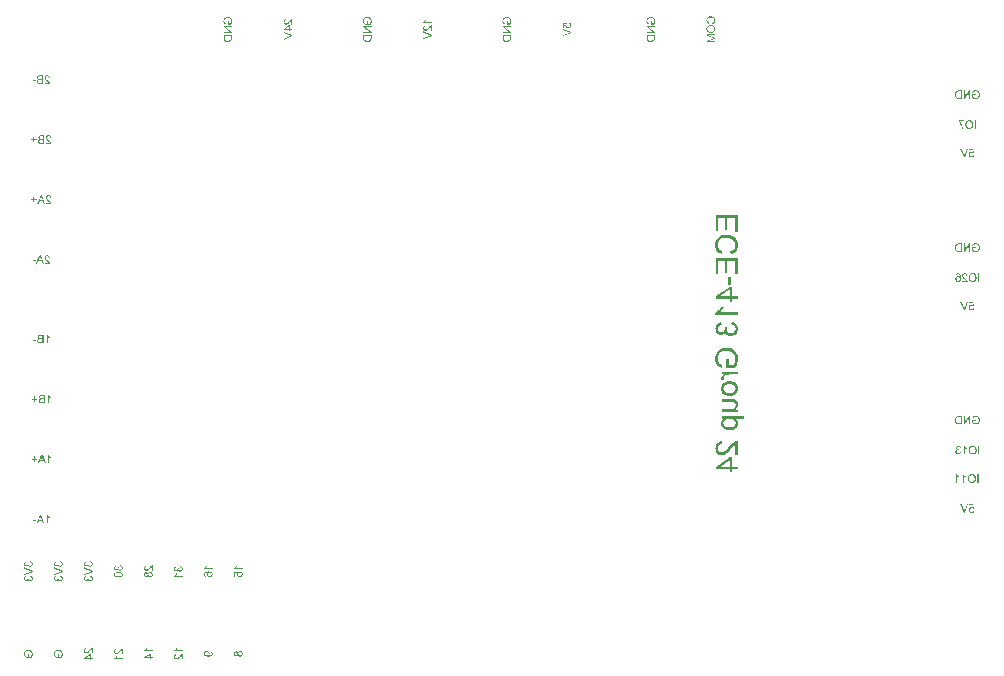
<source format=gbo>
G04 Layer: BottomSilkscreenLayer*
G04 EasyEDA v6.5.5, 2022-05-15 16:03:05*
G04 b3a66e96751545e5b315a235ba618c9c,f3b4bba6f80a42898d6f7a4ba36534e0,10*
G04 Gerber Generator version 0.2*
G04 Scale: 100 percent, Rotated: No, Reflected: No *
G04 Dimensions in millimeters *
G04 leading zeros omitted , absolute positions ,4 integer and 5 decimal *
%FSLAX45Y45*%
%MOMM*%

%ADD10C,0.0001*%

%LPD*%
G36*
X28465018Y11599926D02*
G01*
X28465018Y11465306D01*
X28487115Y11465306D01*
X28487115Y11575288D01*
X28544012Y11575288D01*
X28544012Y11472418D01*
X28565856Y11472418D01*
X28565856Y11575288D01*
X28629356Y11575288D01*
X28629356Y11460988D01*
X28651200Y11460988D01*
X28651200Y11599926D01*
G37*
G36*
X28556712Y11434064D02*
G01*
X28542691Y11433403D01*
X28529534Y11431320D01*
X28517291Y11427917D01*
X28505912Y11423142D01*
X28495752Y11416944D01*
X28486912Y11409629D01*
X28479394Y11401094D01*
X28473146Y11391392D01*
X28468269Y11380825D01*
X28464764Y11369802D01*
X28462681Y11358270D01*
X28461970Y11346180D01*
X28462884Y11332768D01*
X28465526Y11320475D01*
X28469945Y11309248D01*
X28476194Y11299190D01*
X28484017Y11290401D01*
X28493262Y11283035D01*
X28503981Y11277193D01*
X28516072Y11272774D01*
X28521914Y11296904D01*
X28504337Y11304879D01*
X28492196Y11315700D01*
X28485338Y11329670D01*
X28483052Y11346688D01*
X28483661Y11357051D01*
X28485592Y11366500D01*
X28488741Y11375085D01*
X28493212Y11382756D01*
X28505353Y11394897D01*
X28520898Y11402822D01*
X28538474Y11407190D01*
X28556712Y11408664D01*
X28568142Y11408257D01*
X28578860Y11406936D01*
X28588868Y11404803D01*
X28598114Y11401806D01*
X28613608Y11392966D01*
X28624530Y11380216D01*
X28631184Y11365077D01*
X28633420Y11348720D01*
X28632658Y11338712D01*
X28630422Y11329568D01*
X28626714Y11321186D01*
X28621482Y11313668D01*
X28614776Y11307013D01*
X28606648Y11301526D01*
X28596996Y11297259D01*
X28585922Y11294110D01*
X28592272Y11269726D01*
X28606496Y11274298D01*
X28618942Y11280444D01*
X28629610Y11288166D01*
X28638500Y11297412D01*
X28645408Y11308029D01*
X28650336Y11319764D01*
X28653282Y11332667D01*
X28654248Y11346688D01*
X28653486Y11361013D01*
X28651200Y11373916D01*
X28647389Y11385499D01*
X28642056Y11395710D01*
X28635299Y11404549D01*
X28627120Y11412270D01*
X28617621Y11418925D01*
X28606750Y11424412D01*
X28594862Y11428628D01*
X28582569Y11431676D01*
X28569818Y11433454D01*
G37*
G36*
X28465018Y11238738D02*
G01*
X28465018Y11104118D01*
X28487115Y11104118D01*
X28487115Y11214100D01*
X28544012Y11214100D01*
X28544012Y11111230D01*
X28565856Y11111230D01*
X28565856Y11214100D01*
X28629356Y11214100D01*
X28629356Y11099800D01*
X28651200Y11099800D01*
X28651200Y11238738D01*
G37*
G36*
X28572460Y11077702D02*
G01*
X28572460Y11007344D01*
X28595320Y11007344D01*
X28595320Y11077702D01*
G37*
G36*
X28585668Y10995914D02*
G01*
X28471158Y10915396D01*
X28501848Y10915396D01*
X28585668Y10973562D01*
X28585668Y10915396D01*
X28471158Y10915396D01*
X28465018Y10911078D01*
X28465018Y10892536D01*
X28585668Y10892536D01*
X28585668Y10867390D01*
X28606750Y10867390D01*
X28606750Y10892536D01*
X28651200Y10892536D01*
X28651200Y10915396D01*
X28606750Y10915396D01*
X28606750Y10995914D01*
G37*
G36*
X28510992Y10826496D02*
G01*
X28506267Y10817148D01*
X28501086Y10808462D01*
X28495345Y10800384D01*
X28489148Y10792968D01*
X28476600Y10780623D01*
X28464256Y10772648D01*
X28464256Y10757916D01*
X28651200Y10757916D01*
X28651200Y10780776D01*
X28505658Y10780776D01*
X28513532Y10790224D01*
X28521406Y10802366D01*
X28528264Y10815116D01*
X28533089Y10826496D01*
G37*
G36*
X28602177Y10699242D02*
G01*
X28599130Y10676382D01*
X28615741Y10670997D01*
X28627070Y10662920D01*
X28633572Y10652455D01*
X28635706Y10639806D01*
X28632912Y10625023D01*
X28624530Y10612628D01*
X28612033Y10604246D01*
X28596844Y10601452D01*
X28582416Y10604042D01*
X28570682Y10611866D01*
X28563062Y10623499D01*
X28560522Y10638028D01*
X28560674Y10641431D01*
X28561944Y10649407D01*
X28563062Y10654030D01*
X28542996Y10651490D01*
X28543250Y10647934D01*
X28541370Y10633964D01*
X28535630Y10621518D01*
X28525977Y10612729D01*
X28512262Y10609834D01*
X28506216Y10610392D01*
X28500679Y10612018D01*
X28495802Y10614710D01*
X28491434Y10618470D01*
X28487776Y10622991D01*
X28485134Y10628122D01*
X28483560Y10633913D01*
X28483052Y10640314D01*
X28485134Y10652658D01*
X28491434Y10662666D01*
X28501898Y10669981D01*
X28516580Y10674096D01*
X28512515Y10696956D01*
X28501746Y10694162D01*
X28492196Y10690047D01*
X28483966Y10684611D01*
X28476956Y10677906D01*
X28471418Y10669981D01*
X28467456Y10661142D01*
X28465068Y10651439D01*
X28464256Y10640822D01*
X28465932Y10626242D01*
X28470860Y10612882D01*
X28478632Y10601502D01*
X28488639Y10593324D01*
X28500374Y10588193D01*
X28512770Y10586466D01*
X28518612Y10586872D01*
X28524200Y10588091D01*
X28529534Y10590174D01*
X28534614Y10593070D01*
X28543503Y10600994D01*
X28550362Y10612120D01*
X28556203Y10597438D01*
X28566110Y10586466D01*
X28579775Y10579608D01*
X28596336Y10577322D01*
X28608070Y10578439D01*
X28618840Y10581741D01*
X28628644Y10587329D01*
X28637484Y10595102D01*
X28644951Y10604601D01*
X28650234Y10615218D01*
X28653435Y10627055D01*
X28654502Y10640060D01*
X28653587Y10651744D01*
X28650895Y10662412D01*
X28646374Y10672064D01*
X28640024Y10680700D01*
X28632150Y10687964D01*
X28623209Y10693450D01*
X28613201Y10697210D01*
G37*
G36*
X28558998Y10479532D02*
G01*
X28545637Y10478820D01*
X28532734Y10476687D01*
X28520237Y10473080D01*
X28508198Y10468102D01*
X28497276Y10461752D01*
X28487827Y10454182D01*
X28479851Y10445394D01*
X28473400Y10435336D01*
X28468421Y10424261D01*
X28464814Y10412425D01*
X28462681Y10399776D01*
X28461970Y10386314D01*
X28463646Y10367010D01*
X28468574Y10349738D01*
X28476244Y10335209D01*
X28486608Y10324084D01*
X28500070Y10316006D01*
X28517088Y10310114D01*
X28523184Y10332212D01*
X28516427Y10334498D01*
X28510484Y10336987D01*
X28505302Y10339679D01*
X28500832Y10342626D01*
X28496971Y10346131D01*
X28493516Y10350246D01*
X28490519Y10355021D01*
X28487877Y10360406D01*
X28484271Y10372648D01*
X28483052Y10386060D01*
X28484322Y10401858D01*
X28488132Y10415270D01*
X28490875Y10421162D01*
X28494024Y10426446D01*
X28497631Y10431068D01*
X28501594Y10435082D01*
X28505912Y10438688D01*
X28510433Y10441889D01*
X28515157Y10444632D01*
X28520136Y10447020D01*
X28528924Y10450118D01*
X28538119Y10452354D01*
X28547618Y10453674D01*
X28557474Y10454132D01*
X28569412Y10453573D01*
X28580334Y10451947D01*
X28590239Y10449255D01*
X28599130Y10445496D01*
X28613709Y10434980D01*
X28624022Y10420604D01*
X28630118Y10403636D01*
X28632150Y10385806D01*
X28630626Y10370007D01*
X28626053Y10354564D01*
X28619703Y10341152D01*
X28612846Y10331450D01*
X28578302Y10331450D01*
X28578302Y10386060D01*
X28556458Y10386060D01*
X28556203Y10307320D01*
X28625292Y10307320D01*
X28632099Y10316413D01*
X28637992Y10325658D01*
X28643021Y10335107D01*
X28647136Y10344658D01*
X28650234Y10354360D01*
X28652470Y10364216D01*
X28653790Y10374172D01*
X28654248Y10384282D01*
X28653536Y10397693D01*
X28651352Y10410444D01*
X28647694Y10422585D01*
X28642564Y10434066D01*
X28636061Y10444683D01*
X28628289Y10453878D01*
X28619196Y10461701D01*
X28608782Y10468102D01*
X28597301Y10473080D01*
X28585160Y10476687D01*
X28572409Y10478820D01*
G37*
G36*
X28516326Y10274046D02*
G01*
X28516326Y10253472D01*
X28536900Y10253472D01*
X28530296Y10249712D01*
X28524911Y10246055D01*
X28520745Y10242448D01*
X28517850Y10238994D01*
X28515868Y10235590D01*
X28514395Y10232085D01*
X28513582Y10228376D01*
X28513277Y10224516D01*
X28515106Y10212781D01*
X28520644Y10200894D01*
X28541980Y10208768D01*
X28539744Y10212984D01*
X28538170Y10217150D01*
X28537204Y10221315D01*
X28536900Y10225532D01*
X28537204Y10229240D01*
X28538068Y10232694D01*
X28539490Y10235946D01*
X28541472Y10238994D01*
X28543961Y10241838D01*
X28546856Y10244175D01*
X28550209Y10246156D01*
X28553918Y10247630D01*
X28566668Y10250474D01*
X28580588Y10251440D01*
X28651200Y10251440D01*
X28651200Y10274046D01*
G37*
G36*
X28583889Y10195814D02*
G01*
X28571901Y10195255D01*
X28560979Y10193477D01*
X28551174Y10190581D01*
X28542437Y10186568D01*
X28534817Y10181336D01*
X28528264Y10174986D01*
X28521710Y10165842D01*
X28517037Y10155732D01*
X28514192Y10144658D01*
X28513277Y10132568D01*
X28532327Y10132568D01*
X28535477Y10148316D01*
X28545027Y10161016D01*
X28552292Y10165994D01*
X28561233Y10169601D01*
X28571748Y10171734D01*
X28583889Y10172446D01*
X28596031Y10171734D01*
X28606496Y10169601D01*
X28615335Y10165994D01*
X28622498Y10161016D01*
X28632200Y10148316D01*
X28635452Y10132568D01*
X28632200Y10117023D01*
X28622498Y10104374D01*
X28615182Y10099395D01*
X28606191Y10095788D01*
X28595472Y10093655D01*
X28583127Y10092944D01*
X28571291Y10093655D01*
X28561030Y10095788D01*
X28552241Y10099395D01*
X28545027Y10104374D01*
X28535477Y10117124D01*
X28532327Y10132568D01*
X28513277Y10132568D01*
X28514395Y10119360D01*
X28517850Y10107371D01*
X28523590Y10096601D01*
X28531565Y10087102D01*
X28541573Y10079431D01*
X28553308Y10073944D01*
X28566719Y10070693D01*
X28581858Y10069576D01*
X28594202Y10070084D01*
X28605175Y10071557D01*
X28614674Y10073995D01*
X28622752Y10077450D01*
X28636061Y10086898D01*
X28646120Y10100056D01*
X28652215Y10115702D01*
X28654248Y10132568D01*
X28653130Y10146080D01*
X28649726Y10158222D01*
X28644088Y10168940D01*
X28636214Y10178288D01*
X28626104Y10185958D01*
X28613963Y10191445D01*
X28599942Y10194696D01*
G37*
G36*
X28516326Y10043160D02*
G01*
X28516326Y10020300D01*
X28599434Y10020198D01*
X28606191Y10019995D01*
X28611474Y10019588D01*
X28615386Y10019030D01*
X28619602Y10017607D01*
X28623310Y10015626D01*
X28626562Y10013035D01*
X28629356Y10009886D01*
X28631692Y10006126D01*
X28633369Y10002012D01*
X28634334Y9997490D01*
X28634689Y9992614D01*
X28634334Y9987483D01*
X28633369Y9982555D01*
X28631692Y9977831D01*
X28629356Y9973310D01*
X28626460Y9969093D01*
X28623056Y9965537D01*
X28619196Y9962743D01*
X28614877Y9960610D01*
X28603905Y9957765D01*
X28588715Y9956800D01*
X28516326Y9956800D01*
X28516326Y9933940D01*
X28651200Y9933940D01*
X28651200Y9954260D01*
X28631388Y9954260D01*
X28641395Y9962845D01*
X28648507Y9972852D01*
X28652825Y9984333D01*
X28654248Y9997186D01*
X28653943Y10003078D01*
X28653079Y10008717D01*
X28651657Y10014254D01*
X28649676Y10019538D01*
X28647237Y10024313D01*
X28644545Y10028428D01*
X28641548Y10031933D01*
X28638246Y10034778D01*
X28634588Y10037114D01*
X28630575Y10039096D01*
X28626104Y10040670D01*
X28621227Y10041890D01*
X28617418Y10042448D01*
X28612592Y10042855D01*
X28599892Y10043160D01*
G37*
G36*
X28516326Y9898126D02*
G01*
X28516326Y9877298D01*
X28533852Y9877298D01*
X28529076Y9873488D01*
X28524911Y9869474D01*
X28521304Y9865258D01*
X28518358Y9860788D01*
X28516122Y9855860D01*
X28514548Y9850424D01*
X28513582Y9844532D01*
X28513387Y9840468D01*
X28531312Y9840468D01*
X28534664Y9854133D01*
X28544774Y9866122D01*
X28552394Y9871100D01*
X28561588Y9874707D01*
X28572358Y9876840D01*
X28584652Y9877552D01*
X28596742Y9876891D01*
X28607207Y9874859D01*
X28615944Y9871557D01*
X28623006Y9866884D01*
X28632353Y9855352D01*
X28635452Y9841484D01*
X28632200Y9827310D01*
X28622498Y9815322D01*
X28615233Y9810546D01*
X28606191Y9807143D01*
X28595320Y9805060D01*
X28582620Y9804400D01*
X28570580Y9805060D01*
X28560166Y9807092D01*
X28551276Y9810394D01*
X28544012Y9815068D01*
X28534461Y9826752D01*
X28531312Y9840468D01*
X28513387Y9840468D01*
X28513277Y9838182D01*
X28515513Y9821926D01*
X28522168Y9807702D01*
X28532886Y9796170D01*
X28547314Y9787890D01*
X28564332Y9782759D01*
X28582874Y9781032D01*
X28592932Y9781489D01*
X28602432Y9782860D01*
X28611474Y9785197D01*
X28619958Y9788398D01*
X28634689Y9797592D01*
X28645358Y9809988D01*
X28652012Y9824618D01*
X28654248Y9839960D01*
X28653943Y9845497D01*
X28653028Y9850729D01*
X28651555Y9855657D01*
X28649422Y9860280D01*
X28646831Y9864648D01*
X28643986Y9868611D01*
X28640735Y9872116D01*
X28637230Y9875266D01*
X28702762Y9875266D01*
X28702762Y9898126D01*
G37*
G36*
X28651200Y9690608D02*
G01*
X28647186Y9690506D01*
X28643224Y9690049D01*
X28639312Y9689134D01*
X28635452Y9687814D01*
X28622904Y9681768D01*
X28610560Y9672828D01*
X28604210Y9667036D01*
X28597402Y9660128D01*
X28590138Y9652050D01*
X28570580Y9628987D01*
X28560064Y9617506D01*
X28550870Y9608515D01*
X28542996Y9601962D01*
X28528873Y9593986D01*
X28515564Y9591294D01*
X28502914Y9593681D01*
X28492450Y9600946D01*
X28485592Y9612122D01*
X28483306Y9626346D01*
X28485795Y9641230D01*
X28493212Y9652762D01*
X28505048Y9660178D01*
X28520644Y9662668D01*
X28518103Y9686290D01*
X28505810Y9684207D01*
X28495040Y9680448D01*
X28485846Y9675063D01*
X28478226Y9668002D01*
X28472130Y9659467D01*
X28467761Y9649612D01*
X28465119Y9638385D01*
X28464256Y9625838D01*
X28465170Y9613087D01*
X28468015Y9601758D01*
X28472688Y9591903D01*
X28479242Y9583420D01*
X28487065Y9576663D01*
X28495802Y9571786D01*
X28505505Y9568891D01*
X28516072Y9567926D01*
X28521609Y9568180D01*
X28527095Y9568992D01*
X28532531Y9570364D01*
X28537915Y9572244D01*
X28549092Y9578340D01*
X28560776Y9587484D01*
X28567278Y9593681D01*
X28574949Y9601657D01*
X28583686Y9611360D01*
X28608020Y9639655D01*
X28616910Y9649206D01*
X28623056Y9654540D01*
X28629356Y9658858D01*
X28629356Y9567672D01*
X28651200Y9567672D01*
G37*
G36*
X28585668Y9550654D02*
G01*
X28471140Y9469882D01*
X28501848Y9469882D01*
X28585668Y9528048D01*
X28585668Y9469882D01*
X28471140Y9469882D01*
X28465018Y9465564D01*
X28465018Y9447022D01*
X28585668Y9447022D01*
X28585668Y9421876D01*
X28606750Y9421876D01*
X28606750Y9447022D01*
X28651200Y9447022D01*
X28651200Y9469882D01*
X28606750Y9469882D01*
X28606750Y9550654D01*
G37*
G36*
X24335740Y13278866D02*
G01*
X24330609Y13278612D01*
X24325681Y13277799D01*
X24320957Y13276427D01*
X24316436Y13274548D01*
X24312168Y13272160D01*
X24308511Y13269213D01*
X24305412Y13265759D01*
X24302974Y13261848D01*
X24300992Y13257631D01*
X24299570Y13253110D01*
X24298706Y13248233D01*
X24298402Y13243051D01*
X24298554Y13239242D01*
X24299011Y13235635D01*
X24299824Y13232231D01*
X24300942Y13229082D01*
X24302313Y13226084D01*
X24303990Y13223443D01*
X24305920Y13221106D01*
X24308054Y13219176D01*
X24310492Y13217499D01*
X24313286Y13216077D01*
X24316334Y13214857D01*
X24319738Y13213842D01*
X24322024Y13222224D01*
X24317198Y13224103D01*
X24313388Y13226288D01*
X24311965Y13227557D01*
X24310644Y13229132D01*
X24308562Y13233146D01*
X24307647Y13235381D01*
X24306631Y13240359D01*
X24306631Y13246150D01*
X24307647Y13251738D01*
X24308562Y13254228D01*
X24310898Y13258546D01*
X24312321Y13260324D01*
X24315470Y13263168D01*
X24318874Y13265454D01*
X24320754Y13266419D01*
X24324208Y13267639D01*
X24327815Y13268502D01*
X24331472Y13269061D01*
X24335232Y13269213D01*
X24339854Y13269010D01*
X24344071Y13268401D01*
X24347830Y13267334D01*
X24351234Y13265912D01*
X24354332Y13264083D01*
X24356974Y13261848D01*
X24359158Y13259257D01*
X24360886Y13256260D01*
X24362206Y13253059D01*
X24363172Y13249706D01*
X24363730Y13246303D01*
X24363934Y13242798D01*
X24363781Y13239750D01*
X24363375Y13236752D01*
X24362664Y13233806D01*
X24360479Y13228116D01*
X24357939Y13223646D01*
X24356568Y13221969D01*
X24343106Y13221969D01*
X24343106Y13243051D01*
X24334724Y13243051D01*
X24334724Y13212572D01*
X24361394Y13212572D01*
X24364035Y13216128D01*
X24366270Y13219734D01*
X24368201Y13223392D01*
X24369776Y13227050D01*
X24370995Y13230758D01*
X24371858Y13234568D01*
X24372417Y13238378D01*
X24372570Y13242290D01*
X24372265Y13247471D01*
X24371452Y13252450D01*
X24369979Y13257123D01*
X24367998Y13261594D01*
X24365458Y13265556D01*
X24362460Y13269010D01*
X24359006Y13272007D01*
X24355044Y13274548D01*
X24350624Y13276427D01*
X24345900Y13277799D01*
X24340972Y13278612D01*
G37*
G36*
X24299672Y13198856D02*
G01*
X24299672Y13189204D01*
X24355806Y13151612D01*
X24299672Y13151612D01*
X24299672Y13142468D01*
X24371300Y13142468D01*
X24371300Y13152119D01*
X24315166Y13189712D01*
X24371300Y13189712D01*
X24371300Y13198856D01*
G37*
G36*
X24299672Y13126466D02*
G01*
X24299672Y13117068D01*
X24362918Y13117068D01*
X24362816Y13098475D01*
X24362206Y13092887D01*
X24361648Y13090652D01*
X24359920Y13087045D01*
X24357838Y13084302D01*
X24356009Y13082625D01*
X24353926Y13081203D01*
X24351437Y13079984D01*
X24348694Y13078968D01*
X24345747Y13078206D01*
X24338889Y13077291D01*
X24334978Y13077190D01*
X24329694Y13077393D01*
X24325072Y13078053D01*
X24321058Y13079171D01*
X24317706Y13080746D01*
X24314912Y13082727D01*
X24312626Y13084860D01*
X24310848Y13087197D01*
X24309578Y13089636D01*
X24308917Y13091820D01*
X24308409Y13094665D01*
X24308054Y13102082D01*
X24308054Y13117068D01*
X24299672Y13117068D01*
X24299722Y13097865D01*
X24300230Y13091515D01*
X24300688Y13089128D01*
X24302720Y13083387D01*
X24304091Y13080847D01*
X24305768Y13078460D01*
X24308358Y13075818D01*
X24311305Y13073583D01*
X24314556Y13071652D01*
X24318214Y13070078D01*
X24322024Y13068858D01*
X24326138Y13067995D01*
X24330558Y13067436D01*
X24335232Y13067284D01*
X24342852Y13067792D01*
X24349456Y13069315D01*
X24355247Y13071398D01*
X24359870Y13074142D01*
X24363680Y13077240D01*
X24366474Y13080492D01*
X24368506Y13084403D01*
X24370030Y13089128D01*
X24370995Y13094512D01*
X24371300Y13100558D01*
X24371300Y13126466D01*
G37*
G36*
X24879300Y13260069D02*
G01*
X24876252Y13259816D01*
X24873204Y13259054D01*
X24868378Y13256717D01*
X24863552Y13253212D01*
X24858573Y13248436D01*
X24848312Y13236397D01*
X24844248Y13231977D01*
X24840692Y13228523D01*
X24837644Y13226034D01*
X24834900Y13224256D01*
X24832157Y13222986D01*
X24829566Y13222224D01*
X24826976Y13221969D01*
X24824537Y13222173D01*
X24822251Y13222884D01*
X24820219Y13223951D01*
X24818340Y13225526D01*
X24816765Y13227557D01*
X24815647Y13229894D01*
X24814987Y13232536D01*
X24814784Y13235432D01*
X24815038Y13238429D01*
X24815749Y13241121D01*
X24816917Y13243509D01*
X24818594Y13245592D01*
X24820676Y13247268D01*
X24823115Y13248436D01*
X24825858Y13249148D01*
X24829008Y13249401D01*
X24828246Y13258546D01*
X24823470Y13257733D01*
X24819305Y13256260D01*
X24815698Y13254177D01*
X24812752Y13251434D01*
X24810415Y13248132D01*
X24808738Y13244322D01*
X24807773Y13240004D01*
X24807418Y13235178D01*
X24807773Y13230250D01*
X24808891Y13225881D01*
X24810720Y13222122D01*
X24813260Y13218922D01*
X24816206Y13216229D01*
X24819559Y13214350D01*
X24823216Y13213181D01*
X24827230Y13212826D01*
X24831548Y13213283D01*
X24835866Y13214604D01*
X24837948Y13215619D01*
X24842266Y13218566D01*
X24846991Y13222833D01*
X24853341Y13229539D01*
X24864669Y13242645D01*
X24867260Y13245185D01*
X24870918Y13247878D01*
X24870918Y13212826D01*
X24879300Y13212826D01*
G37*
G36*
X24854154Y13206222D02*
G01*
X24810194Y13175234D01*
X24821896Y13175234D01*
X24854154Y13197586D01*
X24854154Y13175234D01*
X24810194Y13175234D01*
X24807672Y13173456D01*
X24807672Y13166344D01*
X24854154Y13166344D01*
X24854154Y13156692D01*
X24862282Y13156692D01*
X24862282Y13166344D01*
X24879300Y13166344D01*
X24879300Y13175234D01*
X24862282Y13175234D01*
X24862282Y13206222D01*
G37*
G36*
X24807672Y13151357D02*
G01*
X24807672Y13141198D01*
X24862840Y13121538D01*
X24871426Y13118846D01*
X24859742Y13115036D01*
X24807672Y13095732D01*
X24807672Y13086080D01*
X24879300Y13114019D01*
X24879300Y13123672D01*
G37*
G36*
X25516840Y13278866D02*
G01*
X25511709Y13278612D01*
X25506781Y13277799D01*
X25502057Y13276427D01*
X25497536Y13274548D01*
X25493268Y13272160D01*
X25489611Y13269213D01*
X25486512Y13265759D01*
X25484074Y13261848D01*
X25482092Y13257631D01*
X25480670Y13253110D01*
X25479806Y13248233D01*
X25479502Y13243051D01*
X25479654Y13239242D01*
X25480111Y13235635D01*
X25480924Y13232231D01*
X25482042Y13229082D01*
X25483413Y13226084D01*
X25485090Y13223443D01*
X25487020Y13221106D01*
X25489154Y13219176D01*
X25491592Y13217499D01*
X25494386Y13216077D01*
X25497434Y13214857D01*
X25500838Y13213842D01*
X25503124Y13222224D01*
X25498298Y13224103D01*
X25494488Y13226288D01*
X25493065Y13227557D01*
X25491744Y13229132D01*
X25489662Y13233146D01*
X25488747Y13235381D01*
X25487731Y13240359D01*
X25487731Y13246150D01*
X25488747Y13251738D01*
X25489662Y13254228D01*
X25491998Y13258546D01*
X25493421Y13260324D01*
X25496570Y13263168D01*
X25499974Y13265454D01*
X25501854Y13266419D01*
X25505308Y13267639D01*
X25508915Y13268502D01*
X25512572Y13269061D01*
X25516332Y13269213D01*
X25520954Y13269010D01*
X25525171Y13268401D01*
X25528930Y13267334D01*
X25532334Y13265912D01*
X25535432Y13264083D01*
X25538074Y13261848D01*
X25540258Y13259257D01*
X25541986Y13256260D01*
X25543306Y13253059D01*
X25544272Y13249706D01*
X25544830Y13246303D01*
X25545034Y13242798D01*
X25544881Y13239750D01*
X25544475Y13236752D01*
X25543764Y13233806D01*
X25541579Y13228116D01*
X25539039Y13223646D01*
X25537668Y13221969D01*
X25524206Y13221969D01*
X25524206Y13243051D01*
X25515824Y13243051D01*
X25515824Y13212572D01*
X25542494Y13212572D01*
X25545135Y13216128D01*
X25547370Y13219734D01*
X25549301Y13223392D01*
X25550876Y13227050D01*
X25552095Y13230758D01*
X25552958Y13234568D01*
X25553517Y13238378D01*
X25553670Y13242290D01*
X25553365Y13247471D01*
X25552552Y13252450D01*
X25551079Y13257123D01*
X25549098Y13261594D01*
X25546558Y13265556D01*
X25543560Y13269010D01*
X25540106Y13272007D01*
X25536144Y13274548D01*
X25531724Y13276427D01*
X25527000Y13277799D01*
X25522072Y13278612D01*
G37*
G36*
X25480772Y13198856D02*
G01*
X25480772Y13189204D01*
X25536906Y13151612D01*
X25480772Y13151612D01*
X25480772Y13142468D01*
X25552400Y13142468D01*
X25552400Y13152119D01*
X25496266Y13189712D01*
X25552400Y13189712D01*
X25552400Y13198856D01*
G37*
G36*
X25480772Y13126466D02*
G01*
X25480772Y13117068D01*
X25544018Y13117068D01*
X25543916Y13098475D01*
X25543306Y13092887D01*
X25542748Y13090652D01*
X25541020Y13087045D01*
X25538938Y13084302D01*
X25537109Y13082625D01*
X25535026Y13081203D01*
X25532537Y13079984D01*
X25529794Y13078968D01*
X25526847Y13078206D01*
X25519989Y13077291D01*
X25516078Y13077190D01*
X25510794Y13077393D01*
X25506172Y13078053D01*
X25502158Y13079171D01*
X25498806Y13080746D01*
X25496012Y13082727D01*
X25493726Y13084860D01*
X25491948Y13087197D01*
X25490678Y13089636D01*
X25490017Y13091820D01*
X25489509Y13094665D01*
X25489154Y13102082D01*
X25489154Y13117068D01*
X25480772Y13117068D01*
X25480822Y13097865D01*
X25481330Y13091515D01*
X25481788Y13089128D01*
X25483820Y13083387D01*
X25485191Y13080847D01*
X25486868Y13078460D01*
X25489458Y13075818D01*
X25492405Y13073583D01*
X25495656Y13071652D01*
X25499314Y13070078D01*
X25503124Y13068858D01*
X25507238Y13067995D01*
X25511658Y13067436D01*
X25516332Y13067284D01*
X25523952Y13067792D01*
X25530556Y13069315D01*
X25536347Y13071398D01*
X25540970Y13074142D01*
X25544780Y13077240D01*
X25547574Y13080492D01*
X25549606Y13084403D01*
X25551130Y13089128D01*
X25552095Y13094512D01*
X25552400Y13100558D01*
X25552400Y13126466D01*
G37*
G36*
X26006552Y13256107D02*
G01*
X26002691Y13249198D01*
X25998170Y13243153D01*
X25993191Y13238581D01*
X25990854Y13236905D01*
X25988518Y13235533D01*
X25988518Y13229691D01*
X26060400Y13229691D01*
X26060400Y13238581D01*
X26004520Y13238581D01*
X26007364Y13242239D01*
X26010362Y13246963D01*
X26013003Y13251789D01*
X26014934Y13256107D01*
G37*
G36*
X26058876Y13208406D02*
G01*
X26055827Y13207898D01*
X26051916Y13206323D01*
X26047090Y13203428D01*
X26042264Y13199363D01*
X26036930Y13193674D01*
X26029412Y13184733D01*
X26025348Y13180313D01*
X26021792Y13176859D01*
X26018743Y13174319D01*
X26016000Y13172541D01*
X26013257Y13171271D01*
X26010666Y13170509D01*
X26008076Y13170255D01*
X26005637Y13170509D01*
X26003351Y13171220D01*
X26001319Y13172440D01*
X25999440Y13174065D01*
X25997865Y13176046D01*
X25996747Y13178282D01*
X25996087Y13180872D01*
X25995884Y13183717D01*
X25996138Y13186765D01*
X25996849Y13189457D01*
X25998017Y13191845D01*
X25999694Y13193877D01*
X26001776Y13195554D01*
X26004215Y13196773D01*
X26006958Y13197484D01*
X26010108Y13197687D01*
X26009346Y13206831D01*
X26004570Y13206018D01*
X26000405Y13204545D01*
X25996798Y13202462D01*
X25993852Y13199719D01*
X25991515Y13196417D01*
X25989838Y13192607D01*
X25988873Y13188289D01*
X25988518Y13183463D01*
X25988873Y13178637D01*
X25989991Y13174319D01*
X25991820Y13170509D01*
X25994360Y13167207D01*
X25997306Y13164566D01*
X26000659Y13162635D01*
X26004316Y13161518D01*
X26008330Y13161111D01*
X26012648Y13161568D01*
X26016966Y13162889D01*
X26021131Y13165277D01*
X26025602Y13168731D01*
X26031088Y13174167D01*
X26038302Y13182193D01*
X26043839Y13188797D01*
X26047192Y13192353D01*
X26049528Y13194487D01*
X26052018Y13196163D01*
X26052018Y13161111D01*
X26060400Y13161111D01*
X26060400Y13208355D01*
G37*
G36*
X25988772Y13155269D02*
G01*
X25988772Y13145109D01*
X26049782Y13123570D01*
X26052526Y13122757D01*
X26040842Y13118947D01*
X25988772Y13099643D01*
X25988772Y13089991D01*
X26060400Y13117931D01*
X26060400Y13127583D01*
G37*
G36*
X26697939Y13278866D02*
G01*
X26692809Y13278612D01*
X26687881Y13277799D01*
X26683157Y13276427D01*
X26678636Y13274548D01*
X26674368Y13272160D01*
X26670711Y13269213D01*
X26667612Y13265759D01*
X26665174Y13261848D01*
X26663142Y13257631D01*
X26661719Y13253110D01*
X26660856Y13248233D01*
X26660602Y13243051D01*
X26660754Y13239242D01*
X26661211Y13235635D01*
X26662024Y13232231D01*
X26663142Y13229082D01*
X26664513Y13226084D01*
X26666189Y13223443D01*
X26668069Y13221106D01*
X26670253Y13219176D01*
X26672692Y13217499D01*
X26675435Y13216077D01*
X26678534Y13214857D01*
X26681938Y13213842D01*
X26684224Y13222224D01*
X26679398Y13224103D01*
X26675588Y13226288D01*
X26674114Y13227557D01*
X26672844Y13229132D01*
X26670762Y13233146D01*
X26669847Y13235381D01*
X26668831Y13240359D01*
X26668831Y13246150D01*
X26669847Y13251738D01*
X26671828Y13256513D01*
X26673098Y13258546D01*
X26674521Y13260324D01*
X26677670Y13263168D01*
X26681074Y13265454D01*
X26682953Y13266419D01*
X26686408Y13267639D01*
X26690015Y13268502D01*
X26693672Y13269061D01*
X26697432Y13269213D01*
X26702054Y13269010D01*
X26706271Y13268401D01*
X26710030Y13267334D01*
X26713434Y13265912D01*
X26716482Y13264083D01*
X26719123Y13261848D01*
X26721308Y13259257D01*
X26723086Y13256260D01*
X26724406Y13253059D01*
X26725372Y13249706D01*
X26725930Y13246303D01*
X26726134Y13242798D01*
X26725981Y13239750D01*
X26725575Y13236752D01*
X26723848Y13230860D01*
X26721409Y13225729D01*
X26720139Y13223646D01*
X26718768Y13221969D01*
X26705306Y13221969D01*
X26705306Y13243051D01*
X26696924Y13243051D01*
X26696924Y13212572D01*
X26723594Y13212572D01*
X26726184Y13216128D01*
X26728470Y13219734D01*
X26730401Y13223392D01*
X26731976Y13227050D01*
X26733195Y13230758D01*
X26734058Y13234568D01*
X26734566Y13238378D01*
X26734770Y13242290D01*
X26734465Y13247471D01*
X26733601Y13252450D01*
X26732179Y13257123D01*
X26730198Y13261594D01*
X26727658Y13265556D01*
X26724660Y13269010D01*
X26721206Y13272007D01*
X26717244Y13274548D01*
X26712773Y13276427D01*
X26708100Y13277799D01*
X26703121Y13278612D01*
G37*
G36*
X26661872Y13198856D02*
G01*
X26661872Y13189204D01*
X26718006Y13151612D01*
X26661872Y13151612D01*
X26661872Y13142468D01*
X26733500Y13142468D01*
X26733500Y13152119D01*
X26677365Y13189712D01*
X26733500Y13189712D01*
X26733500Y13198856D01*
G37*
G36*
X26661872Y13126466D02*
G01*
X26661872Y13117068D01*
X26725118Y13117068D01*
X26725016Y13098475D01*
X26724406Y13092887D01*
X26723848Y13090652D01*
X26722120Y13087045D01*
X26720038Y13084302D01*
X26718209Y13082625D01*
X26716075Y13081203D01*
X26713637Y13079984D01*
X26710894Y13078968D01*
X26707947Y13078206D01*
X26701089Y13077291D01*
X26697177Y13077190D01*
X26691894Y13077393D01*
X26687272Y13078053D01*
X26683258Y13079171D01*
X26679906Y13080746D01*
X26677112Y13082727D01*
X26674826Y13084860D01*
X26673048Y13087197D01*
X26671777Y13089636D01*
X26671117Y13091820D01*
X26670609Y13094665D01*
X26670253Y13102082D01*
X26670253Y13117068D01*
X26661872Y13117068D01*
X26661922Y13097865D01*
X26662430Y13091515D01*
X26662888Y13089128D01*
X26663751Y13086181D01*
X26664920Y13083387D01*
X26666291Y13080847D01*
X26667968Y13078460D01*
X26670558Y13075818D01*
X26673505Y13073583D01*
X26676756Y13071652D01*
X26680414Y13070078D01*
X26684224Y13068858D01*
X26688338Y13067995D01*
X26692758Y13067436D01*
X26697432Y13067284D01*
X26705052Y13067792D01*
X26711656Y13069315D01*
X26717447Y13071398D01*
X26722070Y13074142D01*
X26725880Y13077240D01*
X26728674Y13080492D01*
X26730706Y13084403D01*
X26732230Y13089128D01*
X26733195Y13094512D01*
X26733500Y13100558D01*
X26733500Y13126466D01*
G37*
G36*
X27222703Y13231723D02*
G01*
X27221942Y13222579D01*
X27225142Y13221919D01*
X27227936Y13220903D01*
X27230222Y13219531D01*
X27232102Y13217753D01*
X27233524Y13215772D01*
X27234591Y13213638D01*
X27235200Y13211352D01*
X27235403Y13208863D01*
X27235099Y13205815D01*
X27234184Y13202970D01*
X27232711Y13200380D01*
X27230577Y13197941D01*
X27228088Y13196062D01*
X27225091Y13194741D01*
X27221738Y13193928D01*
X27217877Y13193623D01*
X27214372Y13193928D01*
X27211274Y13194741D01*
X27208530Y13196062D01*
X27206194Y13197941D01*
X27204314Y13200176D01*
X27202942Y13202716D01*
X27202130Y13205612D01*
X27201876Y13208863D01*
X27201977Y13210997D01*
X27202892Y13214807D01*
X27204720Y13218210D01*
X27207260Y13221004D01*
X27208734Y13222071D01*
X27207718Y13230199D01*
X27170888Y13223341D01*
X27170888Y13187781D01*
X27179270Y13187781D01*
X27179270Y13216229D01*
X27198574Y13220039D01*
X27196592Y13216839D01*
X27195170Y13213537D01*
X27194306Y13210133D01*
X27194002Y13206577D01*
X27194408Y13202107D01*
X27195627Y13197941D01*
X27197710Y13194233D01*
X27200606Y13190829D01*
X27204009Y13187984D01*
X27207921Y13185901D01*
X27212289Y13184682D01*
X27217115Y13184225D01*
X27221891Y13184632D01*
X27226310Y13185698D01*
X27230425Y13187527D01*
X27234134Y13190067D01*
X27237893Y13193826D01*
X27240636Y13198195D01*
X27242211Y13203224D01*
X27242770Y13208863D01*
X27242414Y13213486D01*
X27241398Y13217651D01*
X27239620Y13221360D01*
X27237182Y13224611D01*
X27234286Y13227456D01*
X27230882Y13229590D01*
X27227022Y13231012D01*
G37*
G36*
X27169872Y13179907D02*
G01*
X27169872Y13169493D01*
X27224939Y13149884D01*
X27233626Y13147141D01*
X27227784Y13145465D01*
X27169872Y13124027D01*
X27169872Y13114375D01*
X27241500Y13142315D01*
X27241500Y13152221D01*
G37*
G36*
X27917139Y13278866D02*
G01*
X27912009Y13278612D01*
X27907132Y13277799D01*
X27902357Y13276427D01*
X27897836Y13274548D01*
X27893568Y13272160D01*
X27889911Y13269213D01*
X27886812Y13265759D01*
X27884374Y13261848D01*
X27882392Y13257631D01*
X27880970Y13253110D01*
X27880106Y13248233D01*
X27879802Y13243051D01*
X27879954Y13239242D01*
X27880411Y13235635D01*
X27881224Y13232231D01*
X27882342Y13229082D01*
X27883713Y13226084D01*
X27885389Y13223443D01*
X27887320Y13221106D01*
X27889453Y13219176D01*
X27891892Y13217499D01*
X27894686Y13216077D01*
X27897734Y13214857D01*
X27901138Y13213842D01*
X27903424Y13222224D01*
X27898598Y13224103D01*
X27894788Y13226288D01*
X27893365Y13227557D01*
X27892044Y13229132D01*
X27889962Y13233146D01*
X27888438Y13237768D01*
X27887930Y13243051D01*
X27888438Y13248995D01*
X27889047Y13251738D01*
X27889962Y13254228D01*
X27892298Y13258546D01*
X27893721Y13260324D01*
X27896870Y13263168D01*
X27900274Y13265454D01*
X27902153Y13266419D01*
X27905608Y13267639D01*
X27909215Y13268502D01*
X27912872Y13269061D01*
X27916632Y13269213D01*
X27921254Y13269010D01*
X27925471Y13268401D01*
X27929230Y13267334D01*
X27932634Y13265912D01*
X27935732Y13264083D01*
X27938374Y13261848D01*
X27940558Y13259257D01*
X27942286Y13256260D01*
X27943606Y13253059D01*
X27944572Y13249706D01*
X27945130Y13246303D01*
X27945334Y13242798D01*
X27945181Y13239750D01*
X27944775Y13236752D01*
X27944064Y13233806D01*
X27941879Y13228116D01*
X27939339Y13223646D01*
X27937968Y13221969D01*
X27924506Y13221969D01*
X27924506Y13243051D01*
X27916124Y13243051D01*
X27916124Y13212572D01*
X27942794Y13212572D01*
X27945435Y13216128D01*
X27947670Y13219734D01*
X27949601Y13223392D01*
X27951176Y13227050D01*
X27952395Y13230758D01*
X27953258Y13234568D01*
X27953817Y13238378D01*
X27953970Y13242290D01*
X27953665Y13247471D01*
X27952852Y13252450D01*
X27951379Y13257123D01*
X27949398Y13261594D01*
X27946858Y13265556D01*
X27943860Y13269010D01*
X27940406Y13272007D01*
X27936444Y13274548D01*
X27932024Y13276427D01*
X27927300Y13277799D01*
X27922372Y13278612D01*
G37*
G36*
X27881072Y13198856D02*
G01*
X27881072Y13189204D01*
X27937206Y13151612D01*
X27881072Y13151612D01*
X27881072Y13142468D01*
X27952700Y13142468D01*
X27952700Y13152119D01*
X27896565Y13189712D01*
X27952700Y13189712D01*
X27952700Y13198856D01*
G37*
G36*
X27881072Y13126466D02*
G01*
X27881072Y13117068D01*
X27944318Y13117068D01*
X27944216Y13098475D01*
X27943606Y13092887D01*
X27943048Y13090652D01*
X27941320Y13087045D01*
X27939238Y13084302D01*
X27937409Y13082625D01*
X27935326Y13081203D01*
X27932837Y13079984D01*
X27930094Y13078968D01*
X27927147Y13078206D01*
X27920289Y13077291D01*
X27916377Y13077190D01*
X27911094Y13077393D01*
X27906472Y13078053D01*
X27902458Y13079171D01*
X27899106Y13080746D01*
X27896312Y13082727D01*
X27894026Y13084860D01*
X27892248Y13087197D01*
X27890977Y13089636D01*
X27890317Y13091820D01*
X27889809Y13094665D01*
X27889453Y13102082D01*
X27889453Y13117068D01*
X27881072Y13117068D01*
X27881122Y13097865D01*
X27881630Y13091515D01*
X27882088Y13089128D01*
X27884120Y13083387D01*
X27885491Y13080847D01*
X27887168Y13078460D01*
X27889758Y13075818D01*
X27892705Y13073583D01*
X27895956Y13071652D01*
X27899614Y13070078D01*
X27903424Y13068858D01*
X27907538Y13067995D01*
X27911958Y13067436D01*
X27916632Y13067284D01*
X27924252Y13067792D01*
X27930856Y13069315D01*
X27936647Y13071398D01*
X27941270Y13074142D01*
X27945080Y13077240D01*
X27947874Y13080492D01*
X27949906Y13084403D01*
X27951430Y13089128D01*
X27952395Y13094512D01*
X27952700Y13100558D01*
X27952700Y13126466D01*
G37*
G36*
X28424377Y13283438D02*
G01*
X28418942Y13283184D01*
X28413913Y13282422D01*
X28409188Y13281151D01*
X28404820Y13279374D01*
X28400908Y13276986D01*
X28397453Y13274141D01*
X28394558Y13270890D01*
X28392120Y13267182D01*
X28390240Y13263118D01*
X28388868Y13258850D01*
X28388056Y13254380D01*
X28387802Y13249656D01*
X28388157Y13244525D01*
X28389173Y13239800D01*
X28390951Y13235533D01*
X28393389Y13231622D01*
X28396336Y13228218D01*
X28399892Y13225373D01*
X28403956Y13223138D01*
X28408630Y13221462D01*
X28410915Y13230860D01*
X28407258Y13232231D01*
X28404108Y13233907D01*
X28401518Y13235787D01*
X28399486Y13237972D01*
X28397911Y13240512D01*
X28396793Y13243356D01*
X28396133Y13246506D01*
X28395930Y13249910D01*
X28396184Y13253923D01*
X28396946Y13257530D01*
X28398215Y13260781D01*
X28399994Y13263626D01*
X28402076Y13266216D01*
X28404565Y13268401D01*
X28407410Y13270128D01*
X28410662Y13271500D01*
X28414014Y13272516D01*
X28417418Y13273227D01*
X28420872Y13273633D01*
X28424377Y13273786D01*
X28428797Y13273633D01*
X28432963Y13273074D01*
X28436824Y13272211D01*
X28440380Y13270992D01*
X28443478Y13269518D01*
X28446222Y13267690D01*
X28448558Y13265454D01*
X28450539Y13262863D01*
X28451962Y13260019D01*
X28453029Y13257022D01*
X28453638Y13253923D01*
X28453842Y13250672D01*
X28453537Y13246862D01*
X28452673Y13243356D01*
X28451251Y13240156D01*
X28449270Y13237210D01*
X28446679Y13234669D01*
X28443580Y13232587D01*
X28439821Y13230961D01*
X28435553Y13229844D01*
X28438094Y13220192D01*
X28443580Y13222020D01*
X28448406Y13224357D01*
X28452470Y13227354D01*
X28455874Y13230860D01*
X28458566Y13235025D01*
X28460446Y13239546D01*
X28461563Y13244525D01*
X28461970Y13249910D01*
X28461665Y13255447D01*
X28460750Y13260425D01*
X28459277Y13264845D01*
X28457144Y13268706D01*
X28454603Y13272160D01*
X28451505Y13275106D01*
X28447847Y13277596D01*
X28443682Y13279628D01*
X28439059Y13281304D01*
X28434284Y13282472D01*
X28429407Y13283184D01*
G37*
G36*
X28425902Y13211556D02*
G01*
X28410052Y13209117D01*
X28397962Y13201904D01*
X28390342Y13190931D01*
X28387802Y13177266D01*
X28395930Y13177266D01*
X28396336Y13182041D01*
X28397657Y13186511D01*
X28399790Y13190677D01*
X28402788Y13194538D01*
X28412135Y13199872D01*
X28425902Y13201650D01*
X28432048Y13201243D01*
X28437535Y13199922D01*
X28442310Y13197789D01*
X28446476Y13194792D01*
X28449676Y13191032D01*
X28452013Y13186867D01*
X28453384Y13182244D01*
X28453842Y13177266D01*
X28453384Y13172186D01*
X28451911Y13167563D01*
X28449574Y13163397D01*
X28446222Y13159740D01*
X28442107Y13156742D01*
X28437230Y13154609D01*
X28431439Y13153288D01*
X28424886Y13152882D01*
X28420720Y13153034D01*
X28416758Y13153593D01*
X28413100Y13154456D01*
X28409646Y13155676D01*
X28406648Y13157352D01*
X28403905Y13159333D01*
X28401568Y13161670D01*
X28399486Y13164312D01*
X28397911Y13167309D01*
X28396793Y13170458D01*
X28396133Y13173811D01*
X28395930Y13177266D01*
X28387802Y13177266D01*
X28388106Y13172440D01*
X28389021Y13167817D01*
X28390494Y13163397D01*
X28392627Y13159232D01*
X28395168Y13155523D01*
X28398215Y13152323D01*
X28401772Y13149580D01*
X28405836Y13147294D01*
X28410153Y13145414D01*
X28414776Y13144042D01*
X28419704Y13143230D01*
X28424886Y13142976D01*
X28430220Y13143230D01*
X28435249Y13144042D01*
X28439973Y13145414D01*
X28444444Y13147294D01*
X28448508Y13149783D01*
X28452013Y13152678D01*
X28454959Y13156031D01*
X28457398Y13159740D01*
X28459379Y13163905D01*
X28460852Y13168172D01*
X28461665Y13172643D01*
X28461970Y13177266D01*
X28461665Y13182193D01*
X28460750Y13186867D01*
X28459277Y13191236D01*
X28457144Y13195300D01*
X28454400Y13199008D01*
X28451251Y13202259D01*
X28447644Y13205104D01*
X28443682Y13207492D01*
X28439414Y13209269D01*
X28435046Y13210540D01*
X28430524Y13211301D01*
G37*
G36*
X28389072Y13131038D02*
G01*
X28389072Y13116813D01*
X28450286Y13096494D01*
X28389072Y13075412D01*
X28389072Y13062712D01*
X28460700Y13062712D01*
X28460700Y13071856D01*
X28400756Y13071856D01*
X28460700Y13092684D01*
X28460700Y13101319D01*
X28399739Y13121894D01*
X28460700Y13121894D01*
X28460700Y13131038D01*
G37*
G36*
X30667706Y12658598D02*
G01*
X30663896Y12658445D01*
X30660289Y12657988D01*
X30656885Y12657175D01*
X30653736Y12656058D01*
X30650738Y12654635D01*
X30648097Y12653010D01*
X30645760Y12651079D01*
X30643830Y12648946D01*
X30642153Y12646507D01*
X30640731Y12643764D01*
X30639512Y12640665D01*
X30638496Y12637262D01*
X30646877Y12634976D01*
X30648808Y12639802D01*
X30650942Y12643612D01*
X30652212Y12645034D01*
X30653786Y12646355D01*
X30657800Y12648438D01*
X30660035Y12649352D01*
X30665013Y12650368D01*
X30670804Y12650368D01*
X30676392Y12649352D01*
X30678882Y12648438D01*
X30683200Y12646101D01*
X30684977Y12644678D01*
X30687822Y12641529D01*
X30690108Y12638125D01*
X30691074Y12636246D01*
X30692293Y12632791D01*
X30693156Y12629184D01*
X30693715Y12625527D01*
X30693868Y12621768D01*
X30693664Y12617145D01*
X30693055Y12612928D01*
X30691988Y12609169D01*
X30690565Y12605766D01*
X30688737Y12602667D01*
X30686502Y12600076D01*
X30683911Y12597841D01*
X30680914Y12596114D01*
X30677713Y12594793D01*
X30674360Y12593828D01*
X30670957Y12593269D01*
X30667452Y12593066D01*
X30664403Y12593218D01*
X30661406Y12593624D01*
X30658460Y12594336D01*
X30652770Y12596520D01*
X30648300Y12599060D01*
X30646624Y12600432D01*
X30646624Y12613894D01*
X30667706Y12613894D01*
X30667706Y12622276D01*
X30637226Y12622276D01*
X30637226Y12595606D01*
X30640782Y12592964D01*
X30644388Y12590729D01*
X30648046Y12588798D01*
X30651703Y12587224D01*
X30655412Y12586004D01*
X30659222Y12585141D01*
X30663032Y12584582D01*
X30666944Y12584430D01*
X30672176Y12584734D01*
X30677103Y12585547D01*
X30681828Y12587020D01*
X30686248Y12589002D01*
X30690210Y12591542D01*
X30693664Y12594539D01*
X30696662Y12597993D01*
X30699202Y12601956D01*
X30701081Y12606426D01*
X30702453Y12611100D01*
X30703265Y12616078D01*
X30703520Y12621260D01*
X30703265Y12626390D01*
X30702453Y12631318D01*
X30701081Y12636042D01*
X30699202Y12640564D01*
X30696814Y12644831D01*
X30693868Y12648488D01*
X30690464Y12651587D01*
X30686502Y12654026D01*
X30682285Y12656007D01*
X30677764Y12657429D01*
X30672887Y12658293D01*
G37*
G36*
X30567122Y12657328D02*
G01*
X30567122Y12585700D01*
X30576774Y12585700D01*
X30614365Y12641834D01*
X30614365Y12585700D01*
X30623510Y12585700D01*
X30623510Y12657328D01*
X30613858Y12657328D01*
X30576265Y12601194D01*
X30576265Y12657328D01*
G37*
G36*
X30526482Y12657328D02*
G01*
X30519115Y12657074D01*
X30513782Y12656312D01*
X30510835Y12655397D01*
X30508092Y12654280D01*
X30505501Y12652908D01*
X30503114Y12651232D01*
X30500472Y12648641D01*
X30498237Y12645694D01*
X30496306Y12642443D01*
X30494732Y12638786D01*
X30493512Y12634976D01*
X30492649Y12630861D01*
X30492090Y12626441D01*
X30491946Y12622022D01*
X30501844Y12622022D01*
X30502047Y12627305D01*
X30502758Y12631928D01*
X30503825Y12635941D01*
X30505400Y12639294D01*
X30507381Y12642088D01*
X30509514Y12644374D01*
X30511851Y12646152D01*
X30514289Y12647422D01*
X30516474Y12648082D01*
X30522722Y12648844D01*
X30541722Y12648946D01*
X30541722Y12594082D01*
X30523129Y12594183D01*
X30517541Y12594793D01*
X30515306Y12595352D01*
X30511699Y12597079D01*
X30508956Y12599162D01*
X30507279Y12600990D01*
X30505857Y12603073D01*
X30504638Y12605562D01*
X30503622Y12608306D01*
X30502860Y12611252D01*
X30501945Y12618110D01*
X30501844Y12622022D01*
X30491946Y12622022D01*
X30492446Y12614148D01*
X30493106Y12610693D01*
X30494935Y12604496D01*
X30496052Y12601752D01*
X30498796Y12597130D01*
X30501894Y12593320D01*
X30505146Y12590526D01*
X30509108Y12588494D01*
X30513782Y12586970D01*
X30519166Y12586004D01*
X30525212Y12585700D01*
X30551120Y12585700D01*
X30551120Y12657328D01*
G37*
G36*
X30614010Y12404598D02*
G01*
X30609133Y12404293D01*
X30604510Y12403378D01*
X30600142Y12401905D01*
X30595976Y12399772D01*
X30592268Y12397232D01*
X30589016Y12394184D01*
X30586273Y12390628D01*
X30584038Y12386564D01*
X30582108Y12382246D01*
X30580787Y12377623D01*
X30579974Y12372695D01*
X30579720Y12367514D01*
X30589626Y12367514D01*
X30589778Y12371730D01*
X30590286Y12375642D01*
X30591150Y12379350D01*
X30592420Y12382754D01*
X30594096Y12385751D01*
X30596077Y12388494D01*
X30598414Y12390831D01*
X30601056Y12392914D01*
X30604002Y12394488D01*
X30607152Y12395606D01*
X30610352Y12396266D01*
X30613756Y12396470D01*
X30618633Y12396063D01*
X30623205Y12394742D01*
X30627421Y12392609D01*
X30631282Y12389612D01*
X30636616Y12380264D01*
X30638394Y12366498D01*
X30637937Y12360351D01*
X30636667Y12354864D01*
X30634533Y12350089D01*
X30631536Y12345924D01*
X30627726Y12342723D01*
X30623560Y12340386D01*
X30618988Y12339015D01*
X30614010Y12338558D01*
X30608879Y12339015D01*
X30604256Y12340437D01*
X30600142Y12342825D01*
X30596484Y12346178D01*
X30593436Y12350292D01*
X30591302Y12355220D01*
X30590032Y12360960D01*
X30589626Y12367514D01*
X30579720Y12367514D01*
X30579974Y12362180D01*
X30580787Y12357150D01*
X30582108Y12352426D01*
X30584038Y12347956D01*
X30586527Y12343892D01*
X30589423Y12340386D01*
X30592725Y12337440D01*
X30596484Y12335002D01*
X30600599Y12333020D01*
X30604917Y12331547D01*
X30609387Y12330734D01*
X30614010Y12330430D01*
X30618938Y12330734D01*
X30623560Y12331649D01*
X30627929Y12333122D01*
X30632044Y12335256D01*
X30635702Y12337999D01*
X30638953Y12341148D01*
X30641696Y12344755D01*
X30643982Y12348718D01*
X30645862Y12352985D01*
X30647182Y12357354D01*
X30647995Y12361875D01*
X30648300Y12366498D01*
X30645862Y12382347D01*
X30638648Y12394438D01*
X30627624Y12402058D01*
G37*
G36*
X30662016Y12403328D02*
G01*
X30662016Y12331700D01*
X30671414Y12331700D01*
X30671414Y12403328D01*
G37*
G36*
X30524094Y12402312D02*
G01*
X30524094Y12395454D01*
X30527498Y12391593D01*
X30530952Y12387072D01*
X30534356Y12381941D01*
X30537810Y12376150D01*
X30543703Y12363958D01*
X30548224Y12351258D01*
X30550307Y12341910D01*
X30551526Y12331700D01*
X30560416Y12331700D01*
X30560162Y12336119D01*
X30559552Y12340945D01*
X30558536Y12346279D01*
X30555387Y12357963D01*
X30553304Y12363754D01*
X30550815Y12369495D01*
X30544973Y12380518D01*
X30541925Y12385395D01*
X30538775Y12389916D01*
X30535524Y12393930D01*
X30570576Y12393930D01*
X30570576Y12402312D01*
G37*
G36*
X30539029Y12162028D02*
G01*
X30567020Y12090400D01*
X30576672Y12090400D01*
X30604358Y12162028D01*
X30594198Y12162028D01*
X30574538Y12106859D01*
X30571795Y12098274D01*
X30568036Y12109958D01*
X30548732Y12162028D01*
G37*
G36*
X30612232Y12161012D02*
G01*
X30612232Y12152630D01*
X30640934Y12152630D01*
X30644693Y12133326D01*
X30641391Y12135307D01*
X30637988Y12136729D01*
X30634533Y12137593D01*
X30630977Y12137898D01*
X30626608Y12137491D01*
X30622494Y12136272D01*
X30618734Y12134189D01*
X30615229Y12131294D01*
X30612486Y12127890D01*
X30610505Y12123978D01*
X30609286Y12119610D01*
X30608879Y12114784D01*
X30609235Y12110008D01*
X30610302Y12105589D01*
X30612029Y12101474D01*
X30614518Y12097766D01*
X30618226Y12094006D01*
X30622595Y12091263D01*
X30627624Y12089688D01*
X30633263Y12089130D01*
X30637988Y12089485D01*
X30642255Y12090501D01*
X30646014Y12092279D01*
X30649316Y12094718D01*
X30652008Y12097613D01*
X30654091Y12101017D01*
X30655564Y12104878D01*
X30656377Y12109196D01*
X30646979Y12109958D01*
X30646319Y12106757D01*
X30645353Y12103963D01*
X30644033Y12101677D01*
X30642458Y12099798D01*
X30640426Y12098375D01*
X30638242Y12097308D01*
X30635854Y12096699D01*
X30633263Y12096496D01*
X30630266Y12096800D01*
X30627472Y12097613D01*
X30624932Y12099086D01*
X30622595Y12101068D01*
X30620715Y12103658D01*
X30619395Y12106656D01*
X30618582Y12110008D01*
X30618277Y12113768D01*
X30618531Y12117374D01*
X30619293Y12120575D01*
X30620563Y12123318D01*
X30622341Y12125706D01*
X30624678Y12127585D01*
X30627320Y12128957D01*
X30630266Y12129770D01*
X30633568Y12130024D01*
X30635549Y12129922D01*
X30639359Y12129008D01*
X30641188Y12128246D01*
X30644134Y12125960D01*
X30646522Y12123166D01*
X30654904Y12124182D01*
X30647741Y12161012D01*
G37*
G36*
X30667706Y11363198D02*
G01*
X30663896Y11363045D01*
X30660289Y11362588D01*
X30656885Y11361775D01*
X30653736Y11360658D01*
X30650738Y11359235D01*
X30648097Y11357610D01*
X30645760Y11355679D01*
X30643830Y11353546D01*
X30642153Y11351107D01*
X30640731Y11348364D01*
X30639512Y11345265D01*
X30638496Y11341862D01*
X30646877Y11339576D01*
X30648808Y11344402D01*
X30650942Y11348212D01*
X30652212Y11349634D01*
X30653786Y11350955D01*
X30657800Y11353038D01*
X30660035Y11353952D01*
X30665013Y11354968D01*
X30670804Y11354968D01*
X30676392Y11353952D01*
X30678882Y11353038D01*
X30683200Y11350701D01*
X30684977Y11349278D01*
X30687822Y11346129D01*
X30690108Y11342725D01*
X30691074Y11340846D01*
X30692293Y11337391D01*
X30693156Y11333784D01*
X30693715Y11330127D01*
X30693868Y11326368D01*
X30693664Y11321745D01*
X30693055Y11317528D01*
X30691988Y11313769D01*
X30690565Y11310366D01*
X30688737Y11307267D01*
X30686502Y11304676D01*
X30683911Y11302441D01*
X30680914Y11300714D01*
X30677713Y11299393D01*
X30674360Y11298428D01*
X30670957Y11297869D01*
X30667452Y11297666D01*
X30664403Y11297818D01*
X30661406Y11298224D01*
X30658460Y11298936D01*
X30652770Y11301120D01*
X30648300Y11303660D01*
X30646624Y11305032D01*
X30646624Y11318494D01*
X30667706Y11318494D01*
X30667706Y11326876D01*
X30637226Y11326876D01*
X30637226Y11300206D01*
X30640782Y11297564D01*
X30644388Y11295329D01*
X30648046Y11293398D01*
X30651703Y11291824D01*
X30655412Y11290604D01*
X30659222Y11289741D01*
X30663032Y11289182D01*
X30666944Y11289030D01*
X30672176Y11289334D01*
X30677103Y11290147D01*
X30681828Y11291620D01*
X30686248Y11293602D01*
X30690210Y11296142D01*
X30693664Y11299139D01*
X30696662Y11302593D01*
X30699202Y11306556D01*
X30701081Y11311026D01*
X30702453Y11315700D01*
X30703265Y11320678D01*
X30703520Y11325860D01*
X30703265Y11330990D01*
X30702453Y11335918D01*
X30701081Y11340642D01*
X30699202Y11345164D01*
X30696814Y11349431D01*
X30693868Y11353088D01*
X30690464Y11356187D01*
X30686502Y11358626D01*
X30682285Y11360607D01*
X30677764Y11362029D01*
X30672887Y11362893D01*
G37*
G36*
X30567122Y11361928D02*
G01*
X30567122Y11290300D01*
X30576774Y11290300D01*
X30614365Y11346434D01*
X30614365Y11290300D01*
X30623510Y11290300D01*
X30623510Y11361928D01*
X30613858Y11361928D01*
X30576265Y11305794D01*
X30576265Y11361928D01*
G37*
G36*
X30526482Y11361928D02*
G01*
X30519115Y11361674D01*
X30513782Y11360912D01*
X30510835Y11359997D01*
X30508092Y11358880D01*
X30505501Y11357508D01*
X30503114Y11355832D01*
X30500472Y11353241D01*
X30498237Y11350294D01*
X30496306Y11347043D01*
X30494732Y11343386D01*
X30493512Y11339576D01*
X30492649Y11335461D01*
X30492090Y11331041D01*
X30491946Y11326622D01*
X30501844Y11326622D01*
X30502047Y11331905D01*
X30502758Y11336528D01*
X30503825Y11340541D01*
X30505400Y11343894D01*
X30507381Y11346688D01*
X30509514Y11348974D01*
X30511851Y11350752D01*
X30514289Y11352022D01*
X30516474Y11352682D01*
X30522722Y11353444D01*
X30541722Y11353546D01*
X30541722Y11298682D01*
X30523129Y11298783D01*
X30517541Y11299393D01*
X30515306Y11299952D01*
X30511699Y11301679D01*
X30508956Y11303762D01*
X30507279Y11305590D01*
X30505857Y11307673D01*
X30504638Y11310162D01*
X30503622Y11312906D01*
X30502860Y11315852D01*
X30501945Y11322710D01*
X30501844Y11326622D01*
X30491946Y11326622D01*
X30492446Y11318748D01*
X30493106Y11315293D01*
X30494935Y11309096D01*
X30496052Y11306352D01*
X30498796Y11301730D01*
X30501894Y11297920D01*
X30505146Y11295126D01*
X30509108Y11293094D01*
X30513782Y11291570D01*
X30519166Y11290604D01*
X30525212Y11290300D01*
X30551120Y11290300D01*
X30551120Y11361928D01*
G37*
G36*
X30641696Y11109198D02*
G01*
X30636819Y11108893D01*
X30632196Y11107978D01*
X30627827Y11106505D01*
X30623662Y11104372D01*
X30619953Y11101832D01*
X30616702Y11098784D01*
X30613959Y11095228D01*
X30611724Y11091164D01*
X30609794Y11086846D01*
X30608473Y11082223D01*
X30607660Y11077295D01*
X30607406Y11072114D01*
X30617312Y11072114D01*
X30617464Y11076330D01*
X30617972Y11080242D01*
X30618887Y11083950D01*
X30620106Y11087354D01*
X30621782Y11090351D01*
X30623764Y11093094D01*
X30626100Y11095431D01*
X30628742Y11097514D01*
X30631688Y11099088D01*
X30634838Y11100206D01*
X30638038Y11100866D01*
X30641442Y11101070D01*
X30646319Y11100663D01*
X30650891Y11099342D01*
X30655107Y11097209D01*
X30658968Y11094212D01*
X30664302Y11084864D01*
X30666080Y11071098D01*
X30665623Y11064951D01*
X30664353Y11059464D01*
X30662219Y11054689D01*
X30659222Y11050524D01*
X30655463Y11047323D01*
X30651246Y11044986D01*
X30646674Y11043615D01*
X30641696Y11043158D01*
X30636565Y11043615D01*
X30631942Y11045037D01*
X30627827Y11047425D01*
X30624170Y11050778D01*
X30621173Y11054892D01*
X30618988Y11059820D01*
X30617718Y11065560D01*
X30617312Y11072114D01*
X30607406Y11072114D01*
X30607660Y11066780D01*
X30608473Y11061750D01*
X30609794Y11057026D01*
X30611724Y11052556D01*
X30614213Y11048492D01*
X30617109Y11044986D01*
X30620411Y11042040D01*
X30624170Y11039602D01*
X30628285Y11037620D01*
X30632603Y11036147D01*
X30637073Y11035334D01*
X30641696Y11035030D01*
X30646624Y11035334D01*
X30651246Y11036249D01*
X30655615Y11037722D01*
X30659730Y11039856D01*
X30663388Y11042599D01*
X30666639Y11045748D01*
X30669382Y11049355D01*
X30671668Y11053318D01*
X30673548Y11057585D01*
X30674868Y11061954D01*
X30675681Y11066475D01*
X30675986Y11071098D01*
X30673548Y11086947D01*
X30666334Y11099038D01*
X30655310Y11106658D01*
G37*
G36*
X30574894Y11108182D02*
G01*
X30570068Y11107826D01*
X30565750Y11106708D01*
X30561940Y11104880D01*
X30558638Y11102340D01*
X30556047Y11099393D01*
X30554218Y11096040D01*
X30553152Y11092383D01*
X30552796Y11088370D01*
X30552847Y11086185D01*
X30553609Y11081918D01*
X30554320Y11079734D01*
X30555336Y11077651D01*
X30558232Y11073333D01*
X30562600Y11068608D01*
X30569458Y11062258D01*
X30582514Y11050930D01*
X30585105Y11048339D01*
X30587594Y11044682D01*
X30552542Y11044682D01*
X30552542Y11036300D01*
X30599786Y11036300D01*
X30599634Y11039348D01*
X30598770Y11042396D01*
X30596484Y11047222D01*
X30593182Y11052048D01*
X30588203Y11057026D01*
X30576113Y11067288D01*
X30571694Y11071352D01*
X30568239Y11074908D01*
X30565750Y11077956D01*
X30563972Y11080699D01*
X30562702Y11083442D01*
X30561940Y11086033D01*
X30561686Y11088624D01*
X30561889Y11091062D01*
X30562600Y11093297D01*
X30563820Y11095380D01*
X30565496Y11097260D01*
X30567528Y11098834D01*
X30569814Y11099952D01*
X30572354Y11100612D01*
X30575148Y11100816D01*
X30578145Y11100562D01*
X30580838Y11099850D01*
X30583225Y11098682D01*
X30585308Y11097006D01*
X30586934Y11094923D01*
X30588153Y11092484D01*
X30588864Y11089741D01*
X30589118Y11086592D01*
X30598262Y11087354D01*
X30597398Y11092129D01*
X30595976Y11096294D01*
X30593842Y11099901D01*
X30591150Y11102848D01*
X30587899Y11105184D01*
X30584139Y11106861D01*
X30579771Y11107826D01*
G37*
G36*
X30517998Y11108182D02*
G01*
X30513883Y11107877D01*
X30510175Y11106962D01*
X30506873Y11105489D01*
X30504028Y11103356D01*
X30501589Y11100816D01*
X30499761Y11097818D01*
X30498440Y11094364D01*
X30497678Y11090402D01*
X30506314Y11089640D01*
X30507736Y11094110D01*
X30509616Y11097260D01*
X30511496Y11098936D01*
X30513578Y11100104D01*
X30515915Y11100816D01*
X30518506Y11101070D01*
X30520487Y11100917D01*
X30522367Y11100460D01*
X30524145Y11099647D01*
X30525872Y11098530D01*
X30527752Y11096853D01*
X30529479Y11094770D01*
X30530952Y11092383D01*
X30532222Y11089640D01*
X30533289Y11086490D01*
X30534102Y11082731D01*
X30534559Y11078260D01*
X30534762Y11073130D01*
X30533136Y11075416D01*
X30531308Y11077397D01*
X30529326Y11079073D01*
X30527142Y11080496D01*
X30524805Y11081512D01*
X30522418Y11082223D01*
X30519979Y11082629D01*
X30517490Y11082782D01*
X30513223Y11082375D01*
X30509260Y11081105D01*
X30505704Y11079073D01*
X30502504Y11076178D01*
X30499812Y11072774D01*
X30497932Y11068862D01*
X30496764Y11064494D01*
X30496443Y11058906D01*
X30505298Y11058906D01*
X30505501Y11062512D01*
X30506212Y11065662D01*
X30507432Y11068354D01*
X30509108Y11070590D01*
X30511242Y11072469D01*
X30513680Y11073841D01*
X30516322Y11074654D01*
X30519268Y11074908D01*
X30522062Y11074654D01*
X30524653Y11073841D01*
X30526989Y11072469D01*
X30529174Y11070590D01*
X30531053Y11068354D01*
X30532374Y11065764D01*
X30533187Y11062766D01*
X30533492Y11059414D01*
X30532984Y11054943D01*
X30531460Y11050778D01*
X30530444Y11048847D01*
X30529225Y11047171D01*
X30526126Y11044428D01*
X30524297Y11043513D01*
X30520639Y11042497D01*
X30518760Y11042396D01*
X30516068Y11042650D01*
X30513578Y11043462D01*
X30511343Y11044834D01*
X30509362Y11046714D01*
X30507584Y11049203D01*
X30506314Y11052048D01*
X30505552Y11055299D01*
X30505298Y11058906D01*
X30496443Y11058906D01*
X30496560Y11056315D01*
X30497068Y11053064D01*
X30497983Y11049965D01*
X30499202Y11046968D01*
X30500726Y11044224D01*
X30502555Y11041837D01*
X30504638Y11039754D01*
X30507076Y11038078D01*
X30509667Y11036757D01*
X30512512Y11035792D01*
X30515509Y11035233D01*
X30518760Y11035030D01*
X30523942Y11035538D01*
X30528666Y11037062D01*
X30532832Y11039602D01*
X30536540Y11043158D01*
X30541874Y11053876D01*
X30543652Y11069828D01*
X30541671Y11087811D01*
X30535778Y11100054D01*
X30532171Y11103610D01*
X30528006Y11106150D01*
X30523281Y11107674D01*
G37*
G36*
X30689702Y11107928D02*
G01*
X30689702Y11036300D01*
X30699100Y11036300D01*
X30699100Y11107928D01*
G37*
G36*
X30539029Y10866628D02*
G01*
X30567020Y10795000D01*
X30576672Y10795000D01*
X30604358Y10866628D01*
X30594198Y10866628D01*
X30574538Y10811459D01*
X30571795Y10802874D01*
X30568036Y10814558D01*
X30548732Y10866628D01*
G37*
G36*
X30612232Y10865612D02*
G01*
X30612232Y10857230D01*
X30640934Y10857230D01*
X30644693Y10837926D01*
X30641391Y10839907D01*
X30637988Y10841329D01*
X30634533Y10842193D01*
X30630977Y10842498D01*
X30626608Y10842091D01*
X30622494Y10840872D01*
X30618734Y10838789D01*
X30615229Y10835894D01*
X30612486Y10832490D01*
X30610505Y10828578D01*
X30609286Y10824210D01*
X30608879Y10819384D01*
X30609235Y10814608D01*
X30610302Y10810189D01*
X30612029Y10806074D01*
X30614518Y10802366D01*
X30618226Y10798606D01*
X30622595Y10795863D01*
X30627624Y10794288D01*
X30633263Y10793730D01*
X30637988Y10794085D01*
X30642255Y10795101D01*
X30646014Y10796879D01*
X30649316Y10799318D01*
X30652008Y10802213D01*
X30654091Y10805617D01*
X30655564Y10809478D01*
X30656377Y10813796D01*
X30646979Y10814558D01*
X30646319Y10811357D01*
X30645353Y10808563D01*
X30644033Y10806277D01*
X30642458Y10804398D01*
X30640426Y10802975D01*
X30638242Y10801908D01*
X30635854Y10801299D01*
X30633263Y10801096D01*
X30630266Y10801400D01*
X30627472Y10802213D01*
X30624932Y10803686D01*
X30622595Y10805668D01*
X30620715Y10808258D01*
X30619395Y10811256D01*
X30618582Y10814608D01*
X30618277Y10818368D01*
X30618531Y10821974D01*
X30619293Y10825175D01*
X30620563Y10827918D01*
X30622341Y10830306D01*
X30624678Y10832185D01*
X30627320Y10833557D01*
X30630266Y10834370D01*
X30633568Y10834624D01*
X30635549Y10834522D01*
X30639359Y10833608D01*
X30641188Y10832846D01*
X30644134Y10830560D01*
X30646522Y10827766D01*
X30654904Y10828782D01*
X30647741Y10865612D01*
G37*
G36*
X30667706Y9902698D02*
G01*
X30663896Y9902545D01*
X30660289Y9902088D01*
X30656885Y9901275D01*
X30653736Y9900158D01*
X30650738Y9898735D01*
X30648097Y9897110D01*
X30645760Y9895179D01*
X30643830Y9893046D01*
X30642153Y9890607D01*
X30640731Y9887864D01*
X30639512Y9884765D01*
X30638496Y9881362D01*
X30646877Y9879076D01*
X30648808Y9883902D01*
X30650942Y9887712D01*
X30652212Y9889134D01*
X30653786Y9890455D01*
X30657800Y9892538D01*
X30660035Y9893452D01*
X30665013Y9894468D01*
X30670804Y9894468D01*
X30676392Y9893452D01*
X30678882Y9892538D01*
X30683200Y9890201D01*
X30684977Y9888778D01*
X30687822Y9885629D01*
X30690108Y9882225D01*
X30691074Y9880346D01*
X30692293Y9876891D01*
X30693156Y9873284D01*
X30693715Y9869627D01*
X30693868Y9865868D01*
X30693664Y9861245D01*
X30693055Y9857028D01*
X30691988Y9853269D01*
X30690565Y9849866D01*
X30688737Y9846767D01*
X30686502Y9844176D01*
X30683911Y9841941D01*
X30680914Y9840214D01*
X30677713Y9838893D01*
X30674360Y9837928D01*
X30670957Y9837369D01*
X30667452Y9837166D01*
X30664403Y9837318D01*
X30661406Y9837724D01*
X30658460Y9838436D01*
X30652770Y9840620D01*
X30648300Y9843160D01*
X30646624Y9844532D01*
X30646624Y9857994D01*
X30667706Y9857994D01*
X30667706Y9866376D01*
X30637226Y9866376D01*
X30637226Y9839706D01*
X30640782Y9837064D01*
X30644388Y9834829D01*
X30648046Y9832898D01*
X30651703Y9831324D01*
X30655412Y9830104D01*
X30659222Y9829241D01*
X30663032Y9828682D01*
X30666944Y9828530D01*
X30672176Y9828834D01*
X30677103Y9829647D01*
X30681828Y9831120D01*
X30686248Y9833102D01*
X30690210Y9835642D01*
X30693664Y9838639D01*
X30696662Y9842093D01*
X30699202Y9846056D01*
X30701081Y9850526D01*
X30702453Y9855200D01*
X30703265Y9860178D01*
X30703520Y9865360D01*
X30703265Y9870490D01*
X30702453Y9875418D01*
X30701081Y9880142D01*
X30699202Y9884664D01*
X30696814Y9888931D01*
X30693868Y9892588D01*
X30690464Y9895687D01*
X30686502Y9898126D01*
X30682285Y9900107D01*
X30677764Y9901529D01*
X30672887Y9902393D01*
G37*
G36*
X30567122Y9901428D02*
G01*
X30567122Y9829800D01*
X30576774Y9829800D01*
X30614365Y9885934D01*
X30614365Y9829800D01*
X30623510Y9829800D01*
X30623510Y9901428D01*
X30613858Y9901428D01*
X30576265Y9845294D01*
X30576265Y9901428D01*
G37*
G36*
X30526482Y9901428D02*
G01*
X30519115Y9901174D01*
X30513782Y9900412D01*
X30510835Y9899497D01*
X30508092Y9898380D01*
X30505501Y9897008D01*
X30503114Y9895332D01*
X30500472Y9892741D01*
X30498237Y9889794D01*
X30496306Y9886543D01*
X30494732Y9882886D01*
X30493512Y9879076D01*
X30492649Y9874961D01*
X30492090Y9870541D01*
X30491946Y9866122D01*
X30501844Y9866122D01*
X30502047Y9871405D01*
X30502758Y9876028D01*
X30503825Y9880041D01*
X30505400Y9883394D01*
X30507381Y9886188D01*
X30509514Y9888474D01*
X30511851Y9890252D01*
X30514289Y9891522D01*
X30516474Y9892182D01*
X30522722Y9892944D01*
X30541722Y9893046D01*
X30541722Y9838182D01*
X30523129Y9838283D01*
X30517541Y9838893D01*
X30515306Y9839452D01*
X30511699Y9841179D01*
X30508956Y9843262D01*
X30507279Y9845090D01*
X30505857Y9847173D01*
X30504638Y9849662D01*
X30503622Y9852406D01*
X30502860Y9855352D01*
X30501945Y9862210D01*
X30501844Y9866122D01*
X30491946Y9866122D01*
X30492446Y9858248D01*
X30493106Y9854793D01*
X30494935Y9848596D01*
X30496052Y9845852D01*
X30498796Y9841230D01*
X30501894Y9837420D01*
X30505146Y9834626D01*
X30509108Y9832594D01*
X30513782Y9831070D01*
X30519166Y9830104D01*
X30525212Y9829800D01*
X30551120Y9829800D01*
X30551120Y9901428D01*
G37*
G36*
X30641798Y9648698D02*
G01*
X30636972Y9648393D01*
X30632349Y9647478D01*
X30627929Y9646005D01*
X30623764Y9643872D01*
X30620055Y9641332D01*
X30616855Y9638284D01*
X30614112Y9634728D01*
X30611826Y9630664D01*
X30609946Y9626346D01*
X30608574Y9621723D01*
X30607762Y9616795D01*
X30607508Y9611614D01*
X30617414Y9611614D01*
X30617566Y9615830D01*
X30618125Y9619742D01*
X30618988Y9623450D01*
X30620208Y9626854D01*
X30621884Y9629851D01*
X30623916Y9632594D01*
X30626202Y9634931D01*
X30628844Y9637014D01*
X30631841Y9638588D01*
X30634939Y9639706D01*
X30638191Y9640366D01*
X30641544Y9640570D01*
X30646471Y9640163D01*
X30650992Y9638842D01*
X30655209Y9636709D01*
X30659070Y9633712D01*
X30664403Y9624364D01*
X30666182Y9610598D01*
X30665775Y9604451D01*
X30664454Y9598964D01*
X30662321Y9594189D01*
X30659324Y9590024D01*
X30655564Y9586823D01*
X30651399Y9584486D01*
X30646776Y9583115D01*
X30641798Y9582658D01*
X30636718Y9583115D01*
X30632095Y9584537D01*
X30627929Y9586925D01*
X30624272Y9590278D01*
X30621274Y9594392D01*
X30619141Y9599320D01*
X30617820Y9605060D01*
X30617414Y9611614D01*
X30607508Y9611614D01*
X30607762Y9606280D01*
X30608574Y9601250D01*
X30609946Y9596526D01*
X30611826Y9592056D01*
X30614315Y9587992D01*
X30617210Y9584486D01*
X30620563Y9581540D01*
X30624272Y9579102D01*
X30628437Y9577120D01*
X30632704Y9575647D01*
X30637175Y9574834D01*
X30641798Y9574530D01*
X30646725Y9574834D01*
X30651399Y9575749D01*
X30655768Y9577222D01*
X30659832Y9579356D01*
X30663540Y9582099D01*
X30666740Y9585248D01*
X30669484Y9588855D01*
X30671770Y9592818D01*
X30673649Y9597085D01*
X30675021Y9601454D01*
X30675834Y9605975D01*
X30676088Y9610598D01*
X30673700Y9626447D01*
X30666436Y9638538D01*
X30655463Y9646158D01*
G37*
G36*
X30565852Y9647682D02*
G01*
X30565852Y9575800D01*
X30574488Y9575800D01*
X30574488Y9631680D01*
X30578247Y9628835D01*
X30582870Y9625838D01*
X30587746Y9623145D01*
X30592268Y9621266D01*
X30592268Y9629648D01*
X30585206Y9633508D01*
X30582108Y9635693D01*
X30576723Y9640519D01*
X30574538Y9643008D01*
X30572811Y9645345D01*
X30571439Y9647682D01*
G37*
G36*
X30520894Y9647682D02*
G01*
X30517998Y9647529D01*
X30515255Y9647021D01*
X30512562Y9646259D01*
X30509972Y9645142D01*
X30507686Y9643770D01*
X30505653Y9642144D01*
X30503876Y9640316D01*
X30502352Y9638284D01*
X30501234Y9636099D01*
X30500421Y9633864D01*
X30499964Y9631527D01*
X30499812Y9629140D01*
X30499964Y9626803D01*
X30500472Y9624568D01*
X30501234Y9622485D01*
X30502352Y9620504D01*
X30503774Y9618726D01*
X30505450Y9617151D01*
X30507432Y9615779D01*
X30509718Y9614662D01*
X30506720Y9613696D01*
X30504079Y9612376D01*
X30501742Y9610648D01*
X30499812Y9608566D01*
X30498237Y9606127D01*
X30497170Y9603384D01*
X30496459Y9600285D01*
X30496256Y9596882D01*
X30496662Y9592360D01*
X30497983Y9588246D01*
X30500116Y9584486D01*
X30503114Y9581134D01*
X30506771Y9578238D01*
X30510886Y9576206D01*
X30515407Y9574936D01*
X30520386Y9574530D01*
X30524907Y9574885D01*
X30529022Y9575901D01*
X30532781Y9577679D01*
X30536134Y9580118D01*
X30538877Y9583115D01*
X30540960Y9586518D01*
X30542433Y9590379D01*
X30543246Y9594596D01*
X30534356Y9595866D01*
X30533492Y9592462D01*
X30532324Y9589516D01*
X30530952Y9587077D01*
X30529276Y9585198D01*
X30527396Y9583775D01*
X30525262Y9582708D01*
X30522926Y9582099D01*
X30520386Y9581896D01*
X30517439Y9582150D01*
X30514747Y9582962D01*
X30512258Y9584334D01*
X30509972Y9586214D01*
X30508092Y9588398D01*
X30506720Y9590836D01*
X30505908Y9593580D01*
X30505653Y9596628D01*
X30505908Y9599574D01*
X30506670Y9602216D01*
X30507939Y9604654D01*
X30509718Y9606788D01*
X30511750Y9608464D01*
X30514086Y9609632D01*
X30516728Y9610344D01*
X30520995Y9610547D01*
X30525974Y9609582D01*
X30524958Y9617456D01*
X30523738Y9617202D01*
X30520690Y9617405D01*
X30518100Y9617964D01*
X30515610Y9618929D01*
X30513274Y9620250D01*
X30511394Y9621875D01*
X30510022Y9623856D01*
X30509210Y9626295D01*
X30508956Y9629140D01*
X30509159Y9631527D01*
X30509768Y9633712D01*
X30510835Y9635642D01*
X30512258Y9637268D01*
X30514036Y9638690D01*
X30516017Y9639757D01*
X30518201Y9640366D01*
X30520639Y9640570D01*
X30523078Y9640366D01*
X30525313Y9639757D01*
X30527396Y9638690D01*
X30529276Y9637268D01*
X30530800Y9635439D01*
X30532019Y9633204D01*
X30532933Y9630613D01*
X30533594Y9627616D01*
X30542230Y9629140D01*
X30541214Y9633305D01*
X30539689Y9637014D01*
X30537658Y9640163D01*
X30535118Y9642856D01*
X30532019Y9644989D01*
X30528666Y9646462D01*
X30524907Y9647377D01*
G37*
G36*
X30689803Y9647428D02*
G01*
X30689803Y9575800D01*
X30699202Y9575800D01*
X30699202Y9647428D01*
G37*
G36*
X30634838Y9407398D02*
G01*
X30629961Y9407093D01*
X30625338Y9406178D01*
X30620970Y9404705D01*
X30616804Y9402572D01*
X30613096Y9400032D01*
X30609844Y9396984D01*
X30607101Y9393428D01*
X30604866Y9389364D01*
X30602936Y9385046D01*
X30601615Y9380423D01*
X30600802Y9375495D01*
X30600548Y9370314D01*
X30610454Y9370314D01*
X30610606Y9374530D01*
X30611114Y9378442D01*
X30611978Y9382150D01*
X30613248Y9385554D01*
X30614924Y9388551D01*
X30616906Y9391294D01*
X30619242Y9393631D01*
X30621884Y9395714D01*
X30624830Y9397288D01*
X30627929Y9398406D01*
X30631180Y9399066D01*
X30634584Y9399270D01*
X30639461Y9398863D01*
X30644033Y9397542D01*
X30648249Y9395409D01*
X30652059Y9392412D01*
X30657444Y9383064D01*
X30659222Y9369298D01*
X30658765Y9363151D01*
X30657495Y9357664D01*
X30655361Y9352889D01*
X30652313Y9348724D01*
X30648554Y9345523D01*
X30644388Y9343186D01*
X30639816Y9341815D01*
X30634838Y9341358D01*
X30629707Y9341815D01*
X30625084Y9343237D01*
X30620970Y9345625D01*
X30617261Y9348978D01*
X30614264Y9353092D01*
X30612130Y9358020D01*
X30610860Y9363760D01*
X30610454Y9370314D01*
X30600548Y9370314D01*
X30600802Y9364980D01*
X30601615Y9359950D01*
X30602936Y9355226D01*
X30604866Y9350756D01*
X30607355Y9346692D01*
X30610251Y9343186D01*
X30613553Y9340240D01*
X30617261Y9337802D01*
X30621427Y9335820D01*
X30625745Y9334347D01*
X30630215Y9333534D01*
X30634838Y9333230D01*
X30639765Y9333534D01*
X30644388Y9334449D01*
X30648757Y9335922D01*
X30652872Y9338056D01*
X30656530Y9340799D01*
X30659781Y9343948D01*
X30662524Y9347555D01*
X30664759Y9351518D01*
X30666689Y9355785D01*
X30668010Y9360154D01*
X30668823Y9364675D01*
X30669077Y9369298D01*
X30666689Y9385147D01*
X30659425Y9397238D01*
X30648452Y9404858D01*
G37*
G36*
X30558841Y9406382D02*
G01*
X30558841Y9334500D01*
X30567477Y9334500D01*
X30567477Y9390380D01*
X30571236Y9387535D01*
X30575859Y9384538D01*
X30580787Y9381845D01*
X30585308Y9379966D01*
X30585308Y9388348D01*
X30581600Y9390227D01*
X30578247Y9392208D01*
X30575148Y9394393D01*
X30569763Y9399219D01*
X30565801Y9404045D01*
X30564429Y9406382D01*
G37*
G36*
X30503266Y9406382D02*
G01*
X30503266Y9334500D01*
X30511902Y9334500D01*
X30511902Y9390380D01*
X30515610Y9387535D01*
X30520284Y9384538D01*
X30525161Y9381845D01*
X30529682Y9379966D01*
X30529682Y9388348D01*
X30522722Y9392208D01*
X30516677Y9396730D01*
X30514137Y9399219D01*
X30510175Y9404045D01*
X30508854Y9406382D01*
G37*
G36*
X30682793Y9406128D02*
G01*
X30682793Y9334500D01*
X30692191Y9334500D01*
X30692191Y9406128D01*
G37*
G36*
X30539080Y9152128D02*
G01*
X30567020Y9080500D01*
X30576672Y9080500D01*
X30604358Y9152128D01*
X30594198Y9152128D01*
X30574538Y9096959D01*
X30571846Y9088374D01*
X30568036Y9100058D01*
X30548732Y9152128D01*
G37*
G36*
X30612232Y9151112D02*
G01*
X30612232Y9142730D01*
X30640934Y9142730D01*
X30644744Y9123426D01*
X30641391Y9125407D01*
X30637988Y9126829D01*
X30634533Y9127693D01*
X30631028Y9127998D01*
X30626608Y9127591D01*
X30622494Y9126372D01*
X30618734Y9124289D01*
X30615280Y9121394D01*
X30612486Y9117990D01*
X30610505Y9114078D01*
X30609286Y9109710D01*
X30608930Y9104884D01*
X30609235Y9100108D01*
X30610302Y9095689D01*
X30612029Y9091574D01*
X30614518Y9087866D01*
X30618226Y9084106D01*
X30622646Y9081363D01*
X30627624Y9079788D01*
X30633314Y9079230D01*
X30637988Y9079585D01*
X30642255Y9080601D01*
X30646014Y9082379D01*
X30649316Y9084818D01*
X30652008Y9087713D01*
X30654142Y9091117D01*
X30655564Y9094978D01*
X30656428Y9099296D01*
X30647030Y9100058D01*
X30646319Y9096857D01*
X30645353Y9094063D01*
X30644033Y9091777D01*
X30642458Y9089898D01*
X30640426Y9088475D01*
X30638242Y9087408D01*
X30635854Y9086799D01*
X30633314Y9086596D01*
X30630266Y9086900D01*
X30627472Y9087713D01*
X30624932Y9089186D01*
X30622646Y9091168D01*
X30620715Y9093758D01*
X30619395Y9096756D01*
X30618582Y9100108D01*
X30618328Y9103868D01*
X30618582Y9107474D01*
X30619344Y9110675D01*
X30620614Y9113418D01*
X30622392Y9115806D01*
X30624678Y9117685D01*
X30627320Y9119057D01*
X30630266Y9119870D01*
X30633568Y9120124D01*
X30635549Y9120022D01*
X30639359Y9119108D01*
X30641188Y9118346D01*
X30644134Y9116060D01*
X30646522Y9113266D01*
X30654904Y9114282D01*
X30647792Y9151112D01*
G37*
G36*
X22801326Y9063482D02*
G01*
X22801326Y8991600D01*
X22810216Y8991600D01*
X22810216Y9047480D01*
X22813822Y9044635D01*
X22818598Y9041638D01*
X22823424Y9038945D01*
X22827742Y9037066D01*
X22827742Y9045448D01*
X22820833Y9049308D01*
X22817683Y9051493D01*
X22814788Y9053830D01*
X22812197Y9056319D01*
X22810012Y9058808D01*
X22808285Y9061145D01*
X22806914Y9063482D01*
G37*
G36*
X22745446Y9063228D02*
G01*
X22728251Y9021064D01*
X22738334Y9021064D01*
X22747274Y9045143D01*
X22750780Y9055608D01*
X22752354Y9048750D01*
X22754590Y9041892D01*
X22762464Y9021064D01*
X22728251Y9021064D01*
X22716236Y8991600D01*
X22726904Y8991600D01*
X22735286Y9013190D01*
X22765258Y9013190D01*
X22773132Y8991600D01*
X22783038Y8991600D01*
X22755606Y9063228D01*
G37*
G36*
X22686010Y9021826D02*
G01*
X22686010Y9013190D01*
X22713188Y9013190D01*
X22713188Y9021826D01*
G37*
G36*
X22812654Y9571482D02*
G01*
X22812654Y9499600D01*
X22821544Y9499600D01*
X22821544Y9555480D01*
X22825151Y9552635D01*
X22829926Y9549638D01*
X22834752Y9546945D01*
X22839070Y9545066D01*
X22839070Y9553448D01*
X22832110Y9557308D01*
X22826116Y9561830D01*
X22823525Y9564319D01*
X22819563Y9569145D01*
X22818242Y9571482D01*
G37*
G36*
X22756774Y9571228D02*
G01*
X22739579Y9529064D01*
X22749662Y9529064D01*
X22758552Y9553143D01*
X22762108Y9563608D01*
X22763683Y9556750D01*
X22765918Y9549892D01*
X22773792Y9529064D01*
X22739579Y9529064D01*
X22727564Y9499600D01*
X22738232Y9499600D01*
X22746614Y9521190D01*
X22776586Y9521190D01*
X22784460Y9499600D01*
X22794366Y9499600D01*
X22766934Y9571228D01*
G37*
G36*
X22694290Y9558528D02*
G01*
X22694290Y9538970D01*
X22674732Y9538970D01*
X22674732Y9530842D01*
X22694290Y9530842D01*
X22694290Y9511284D01*
X22702672Y9511284D01*
X22702672Y9530842D01*
X22721976Y9530842D01*
X22721976Y9538970D01*
X22702672Y9538970D01*
X22702672Y9558528D01*
G37*
G36*
X22812654Y10079482D02*
G01*
X22812654Y10007600D01*
X22821544Y10007600D01*
X22821544Y10063480D01*
X22825151Y10060635D01*
X22829926Y10057638D01*
X22834752Y10054945D01*
X22839070Y10053066D01*
X22839070Y10061448D01*
X22832110Y10065308D01*
X22826116Y10069830D01*
X22823525Y10072319D01*
X22819563Y10077145D01*
X22818242Y10079482D01*
G37*
G36*
X22760076Y10079228D02*
G01*
X22756164Y10079075D01*
X22752710Y10078669D01*
X22749560Y10077958D01*
X22746868Y10076942D01*
X22744582Y10075773D01*
X22742550Y10074300D01*
X22740772Y10072471D01*
X22739248Y10070338D01*
X22737978Y10068052D01*
X22737114Y10065715D01*
X22736606Y10063327D01*
X22736540Y10059670D01*
X22745852Y10059670D01*
X22745903Y10061397D01*
X22746665Y10064597D01*
X22747376Y10066020D01*
X22748341Y10067290D01*
X22749510Y10068356D01*
X22750881Y10069220D01*
X22754234Y10070287D01*
X22759568Y10070795D01*
X22777602Y10070846D01*
X22777602Y10049002D01*
X22759111Y10049052D01*
X22754539Y10049560D01*
X22751288Y10050627D01*
X22749814Y10051389D01*
X22748595Y10052405D01*
X22746817Y10054793D01*
X22746258Y10056215D01*
X22745852Y10059670D01*
X22736540Y10059670D01*
X22737064Y10056520D01*
X22737876Y10054386D01*
X22740264Y10050373D01*
X22741940Y10048595D01*
X22743972Y10047071D01*
X22746360Y10045700D01*
X22743312Y10044531D01*
X22740670Y10043058D01*
X22738384Y10041229D01*
X22736454Y10039096D01*
X22734879Y10036708D01*
X22733762Y10034168D01*
X22733101Y10031374D01*
X22732898Y10028428D01*
X22742804Y10028428D01*
X22742906Y10030307D01*
X22743922Y10033711D01*
X22745903Y10036708D01*
X22748697Y10038740D01*
X22752507Y10039908D01*
X22757841Y10040518D01*
X22777602Y10040620D01*
X22777602Y10015982D01*
X22757587Y10016032D01*
X22754285Y10016286D01*
X22751643Y10016794D01*
X22748951Y10017658D01*
X22746766Y10019080D01*
X22744836Y10021112D01*
X22743515Y10023652D01*
X22742855Y10026700D01*
X22742804Y10028428D01*
X22732898Y10028428D01*
X22733000Y10025938D01*
X22733457Y10023551D01*
X22734168Y10021214D01*
X22736251Y10016998D01*
X22738791Y10013696D01*
X22741991Y10011257D01*
X22745903Y10009479D01*
X22750678Y10008311D01*
X22756520Y10007701D01*
X22787000Y10007600D01*
X22787000Y10079228D01*
G37*
G36*
X22694290Y10066528D02*
G01*
X22694290Y10046970D01*
X22674732Y10046970D01*
X22674732Y10038842D01*
X22694290Y10038842D01*
X22694290Y10019284D01*
X22702672Y10019284D01*
X22702672Y10038842D01*
X22721976Y10038842D01*
X22721976Y10046970D01*
X22702672Y10046970D01*
X22702672Y10066528D01*
G37*
G36*
X22801326Y10587482D02*
G01*
X22801326Y10515600D01*
X22810216Y10515600D01*
X22810216Y10571480D01*
X22813822Y10568635D01*
X22818598Y10565638D01*
X22823424Y10562945D01*
X22827742Y10561066D01*
X22827742Y10569448D01*
X22820833Y10573308D01*
X22817683Y10575493D01*
X22814788Y10577830D01*
X22812197Y10580319D01*
X22810012Y10582808D01*
X22808285Y10585145D01*
X22806914Y10587482D01*
G37*
G36*
X22748748Y10587228D02*
G01*
X22744887Y10587075D01*
X22741382Y10586669D01*
X22738283Y10585958D01*
X22735540Y10584942D01*
X22733254Y10583773D01*
X22731222Y10582300D01*
X22729444Y10580471D01*
X22727920Y10578338D01*
X22726700Y10576052D01*
X22725837Y10573715D01*
X22725278Y10571327D01*
X22725212Y10567670D01*
X22734524Y10567670D01*
X22734879Y10571022D01*
X22736048Y10574020D01*
X22737013Y10575290D01*
X22738181Y10576356D01*
X22739553Y10577220D01*
X22742956Y10578287D01*
X22748290Y10578795D01*
X22766274Y10578846D01*
X22766274Y10557002D01*
X22747833Y10557052D01*
X22743261Y10557560D01*
X22739959Y10558627D01*
X22738537Y10559389D01*
X22736302Y10561574D01*
X22735540Y10562793D01*
X22734625Y10565841D01*
X22734524Y10567670D01*
X22725212Y10567670D01*
X22725786Y10564520D01*
X22726548Y10562386D01*
X22728986Y10558373D01*
X22730663Y10556595D01*
X22732644Y10555071D01*
X22735032Y10553700D01*
X22732034Y10552531D01*
X22729393Y10551058D01*
X22727056Y10549229D01*
X22725126Y10547096D01*
X22723551Y10544708D01*
X22722484Y10542168D01*
X22721773Y10539374D01*
X22721570Y10536428D01*
X22731476Y10536428D01*
X22731984Y10540034D01*
X22733508Y10543286D01*
X22734625Y10544708D01*
X22735895Y10545826D01*
X22737419Y10546740D01*
X22741178Y10547908D01*
X22746512Y10548518D01*
X22766274Y10548620D01*
X22766274Y10523982D01*
X22746258Y10524032D01*
X22742956Y10524286D01*
X22740315Y10524794D01*
X22737673Y10525658D01*
X22735438Y10527080D01*
X22733558Y10529112D01*
X22732746Y10530332D01*
X22731780Y10533126D01*
X22731476Y10536428D01*
X22721570Y10536428D01*
X22721722Y10533938D01*
X22722128Y10531551D01*
X22722840Y10529214D01*
X22724922Y10524998D01*
X22727462Y10521696D01*
X22730663Y10519257D01*
X22734625Y10517479D01*
X22739350Y10516311D01*
X22745192Y10515701D01*
X22775672Y10515600D01*
X22775672Y10587228D01*
G37*
G36*
X22686010Y10545826D02*
G01*
X22686010Y10537190D01*
X22713188Y10537190D01*
X22713188Y10545826D01*
G37*
G36*
X22806660Y11260582D02*
G01*
X22801732Y11260226D01*
X22797363Y11259108D01*
X22793604Y11257280D01*
X22790404Y11254740D01*
X22787762Y11251793D01*
X22785832Y11248440D01*
X22784714Y11244783D01*
X22784308Y11240770D01*
X22784409Y11238585D01*
X22785324Y11234318D01*
X22786086Y11232134D01*
X22787102Y11230051D01*
X22790048Y11225733D01*
X22794315Y11221008D01*
X22801021Y11214658D01*
X22814127Y11203330D01*
X22816667Y11200739D01*
X22819360Y11197082D01*
X22784308Y11197082D01*
X22784308Y11188700D01*
X22831552Y11188700D01*
X22831298Y11191748D01*
X22830536Y11194796D01*
X22828199Y11199622D01*
X22824694Y11204448D01*
X22819918Y11209426D01*
X22807879Y11219688D01*
X22803459Y11223752D01*
X22800005Y11227308D01*
X22797516Y11230356D01*
X22795738Y11233099D01*
X22794468Y11235842D01*
X22793706Y11238433D01*
X22793452Y11241024D01*
X22793655Y11243462D01*
X22794366Y11245697D01*
X22795433Y11247780D01*
X22797008Y11249660D01*
X22799040Y11251234D01*
X22801376Y11252352D01*
X22804018Y11253012D01*
X22806914Y11253216D01*
X22809911Y11252962D01*
X22812654Y11252250D01*
X22814991Y11251082D01*
X22817074Y11249406D01*
X22818750Y11247323D01*
X22819918Y11244884D01*
X22820630Y11242141D01*
X22820884Y11238992D01*
X22830028Y11239754D01*
X22829215Y11244529D01*
X22827742Y11248694D01*
X22825659Y11252301D01*
X22822916Y11255248D01*
X22819614Y11257584D01*
X22815804Y11259261D01*
X22811486Y11260226D01*
G37*
G36*
X22741382Y11260328D02*
G01*
X22724187Y11218164D01*
X22734270Y11218164D01*
X22745852Y11249609D01*
X22746716Y11252708D01*
X22748443Y11245850D01*
X22750526Y11238992D01*
X22758400Y11218164D01*
X22724187Y11218164D01*
X22712172Y11188700D01*
X22722840Y11188700D01*
X22731222Y11210290D01*
X22761194Y11210290D01*
X22769068Y11188700D01*
X22779228Y11188700D01*
X22751542Y11260328D01*
G37*
G36*
X22682200Y11218926D02*
G01*
X22682200Y11210290D01*
X22709124Y11210290D01*
X22709124Y11218926D01*
G37*
G36*
X22818090Y11768582D02*
G01*
X22813162Y11768226D01*
X22808793Y11767108D01*
X22805034Y11765280D01*
X22801834Y11762740D01*
X22799141Y11759793D01*
X22797262Y11756440D01*
X22796144Y11752783D01*
X22795738Y11748770D01*
X22795839Y11746585D01*
X22796754Y11742318D01*
X22797516Y11740134D01*
X22798532Y11738051D01*
X22801478Y11733733D01*
X22805745Y11729008D01*
X22812451Y11722658D01*
X22825608Y11711330D01*
X22828097Y11708739D01*
X22830790Y11705082D01*
X22795738Y11705082D01*
X22795738Y11696700D01*
X22842982Y11696700D01*
X22842728Y11699748D01*
X22841966Y11702796D01*
X22839629Y11707622D01*
X22836124Y11712448D01*
X22831348Y11717426D01*
X22819309Y11727688D01*
X22811435Y11735308D01*
X22808946Y11738356D01*
X22807168Y11741099D01*
X22805898Y11743842D01*
X22805136Y11746433D01*
X22804882Y11749024D01*
X22805085Y11751462D01*
X22805745Y11753697D01*
X22806863Y11755780D01*
X22808438Y11757660D01*
X22810470Y11759234D01*
X22812806Y11760352D01*
X22815448Y11761012D01*
X22818344Y11761216D01*
X22821341Y11760962D01*
X22824033Y11760250D01*
X22826421Y11759082D01*
X22828504Y11757406D01*
X22830180Y11755323D01*
X22831348Y11752884D01*
X22832060Y11750141D01*
X22832314Y11746992D01*
X22841458Y11747754D01*
X22840645Y11752529D01*
X22839172Y11756694D01*
X22837089Y11760301D01*
X22834346Y11763248D01*
X22831044Y11765584D01*
X22827234Y11767261D01*
X22822916Y11768226D01*
G37*
G36*
X22752812Y11768328D02*
G01*
X22735617Y11726164D01*
X22745700Y11726164D01*
X22754742Y11750243D01*
X22758146Y11760708D01*
X22759873Y11753850D01*
X22761956Y11746992D01*
X22769830Y11726164D01*
X22735617Y11726164D01*
X22723602Y11696700D01*
X22734270Y11696700D01*
X22742652Y11718290D01*
X22772624Y11718290D01*
X22780498Y11696700D01*
X22790658Y11696700D01*
X22762972Y11768328D01*
G37*
G36*
X22690328Y11755628D02*
G01*
X22690328Y11736070D01*
X22670770Y11736070D01*
X22670770Y11727942D01*
X22690328Y11727942D01*
X22690328Y11708384D01*
X22698710Y11708384D01*
X22698710Y11727942D01*
X22718268Y11727942D01*
X22718268Y11736070D01*
X22698710Y11736070D01*
X22698710Y11755628D01*
G37*
G36*
X22818090Y12276582D02*
G01*
X22813162Y12276226D01*
X22808793Y12275108D01*
X22805034Y12273280D01*
X22801834Y12270740D01*
X22799141Y12267793D01*
X22797262Y12264440D01*
X22796144Y12260783D01*
X22795738Y12256770D01*
X22795839Y12254585D01*
X22796754Y12250318D01*
X22797516Y12248134D01*
X22798532Y12246051D01*
X22801478Y12241733D01*
X22805745Y12237008D01*
X22812451Y12230658D01*
X22825608Y12219330D01*
X22828097Y12216739D01*
X22830790Y12213082D01*
X22795738Y12213082D01*
X22795738Y12204700D01*
X22842982Y12204700D01*
X22842728Y12207748D01*
X22841966Y12210796D01*
X22839629Y12215622D01*
X22836124Y12220448D01*
X22831348Y12225426D01*
X22819309Y12235688D01*
X22811435Y12243308D01*
X22808946Y12246356D01*
X22807168Y12249099D01*
X22805898Y12251842D01*
X22805136Y12254433D01*
X22804882Y12257024D01*
X22805085Y12259462D01*
X22805745Y12261697D01*
X22806863Y12263780D01*
X22808438Y12265660D01*
X22810470Y12267234D01*
X22812806Y12268352D01*
X22815448Y12269012D01*
X22818344Y12269216D01*
X22821341Y12268962D01*
X22824033Y12268250D01*
X22826421Y12267082D01*
X22828504Y12265406D01*
X22830180Y12263323D01*
X22831348Y12260884D01*
X22832060Y12258141D01*
X22832314Y12254992D01*
X22841458Y12255754D01*
X22840645Y12260529D01*
X22839172Y12264694D01*
X22837089Y12268301D01*
X22834346Y12271248D01*
X22831044Y12273584D01*
X22827234Y12275261D01*
X22822916Y12276226D01*
G37*
G36*
X22756114Y12276328D02*
G01*
X22752253Y12276175D01*
X22748798Y12275769D01*
X22745801Y12275058D01*
X22740772Y12272873D01*
X22738638Y12271400D01*
X22736810Y12269571D01*
X22735286Y12267438D01*
X22734066Y12265152D01*
X22733203Y12262815D01*
X22732644Y12260427D01*
X22732578Y12256770D01*
X22741890Y12256770D01*
X22742245Y12260122D01*
X22743414Y12263120D01*
X22744379Y12264390D01*
X22745547Y12265456D01*
X22746919Y12266320D01*
X22750322Y12267387D01*
X22755758Y12267895D01*
X22773640Y12267946D01*
X22773640Y12246102D01*
X22755199Y12246152D01*
X22750627Y12246660D01*
X22747325Y12247727D01*
X22745903Y12248489D01*
X22743668Y12250674D01*
X22742347Y12253468D01*
X22741991Y12255042D01*
X22741890Y12256770D01*
X22732578Y12256770D01*
X22733101Y12253620D01*
X22733914Y12251486D01*
X22735032Y12249404D01*
X22736454Y12247473D01*
X22738130Y12245695D01*
X22740112Y12244171D01*
X22742398Y12242800D01*
X22739400Y12241631D01*
X22736759Y12240158D01*
X22734422Y12238329D01*
X22732492Y12236196D01*
X22730917Y12233808D01*
X22729850Y12231268D01*
X22729139Y12228474D01*
X22728936Y12225528D01*
X22738842Y12225528D01*
X22738943Y12227407D01*
X22739959Y12230811D01*
X22741991Y12233808D01*
X22743363Y12234926D01*
X22744938Y12235840D01*
X22748697Y12237008D01*
X22751084Y12237415D01*
X22757130Y12237720D01*
X22773640Y12237720D01*
X22773640Y12213082D01*
X22753726Y12213132D01*
X22750424Y12213386D01*
X22747681Y12213894D01*
X22745039Y12214758D01*
X22742855Y12216180D01*
X22741077Y12218212D01*
X22739705Y12220752D01*
X22739197Y12222226D01*
X22738842Y12225528D01*
X22728936Y12225528D01*
X22729088Y12223038D01*
X22729494Y12220651D01*
X22730206Y12218314D01*
X22732288Y12214098D01*
X22734828Y12210796D01*
X22738029Y12208357D01*
X22741991Y12206579D01*
X22746716Y12205411D01*
X22752558Y12204801D01*
X22783038Y12204700D01*
X22783038Y12276328D01*
G37*
G36*
X22690328Y12263628D02*
G01*
X22690328Y12244070D01*
X22670770Y12244070D01*
X22670770Y12235942D01*
X22690328Y12235942D01*
X22690328Y12216384D01*
X22698710Y12216384D01*
X22698710Y12235942D01*
X22718268Y12235942D01*
X22718268Y12244070D01*
X22698710Y12244070D01*
X22698710Y12263628D01*
G37*
G36*
X22806660Y12784582D02*
G01*
X22801732Y12784226D01*
X22797363Y12783108D01*
X22793604Y12781280D01*
X22790404Y12778740D01*
X22787762Y12775793D01*
X22785832Y12772440D01*
X22784714Y12768783D01*
X22784308Y12764770D01*
X22784409Y12762585D01*
X22785324Y12758318D01*
X22786086Y12756134D01*
X22787102Y12754051D01*
X22790048Y12749733D01*
X22794315Y12745008D01*
X22801021Y12738658D01*
X22814127Y12727330D01*
X22816667Y12724739D01*
X22819360Y12721082D01*
X22784308Y12721082D01*
X22784308Y12712700D01*
X22831552Y12712700D01*
X22831298Y12715748D01*
X22830536Y12718796D01*
X22828199Y12723622D01*
X22824694Y12728448D01*
X22819918Y12733426D01*
X22807879Y12743688D01*
X22803459Y12747752D01*
X22800005Y12751308D01*
X22797516Y12754356D01*
X22795738Y12757099D01*
X22794468Y12759842D01*
X22793706Y12762433D01*
X22793452Y12765024D01*
X22793655Y12767462D01*
X22794366Y12769697D01*
X22795433Y12771780D01*
X22797008Y12773660D01*
X22799040Y12775234D01*
X22801376Y12776352D01*
X22804018Y12777012D01*
X22806914Y12777216D01*
X22809911Y12776962D01*
X22812654Y12776250D01*
X22814991Y12775082D01*
X22817074Y12773406D01*
X22818750Y12771323D01*
X22819918Y12768884D01*
X22820630Y12766141D01*
X22820884Y12762992D01*
X22830028Y12763754D01*
X22829215Y12768529D01*
X22827742Y12772694D01*
X22825659Y12776301D01*
X22822916Y12779248D01*
X22819614Y12781584D01*
X22815804Y12783261D01*
X22811486Y12784226D01*
G37*
G36*
X22744684Y12784328D02*
G01*
X22740823Y12784175D01*
X22737368Y12783769D01*
X22734371Y12783058D01*
X22729342Y12780873D01*
X22727208Y12779400D01*
X22725380Y12777571D01*
X22723856Y12775438D01*
X22722636Y12773152D01*
X22721773Y12770815D01*
X22721214Y12768427D01*
X22721148Y12764770D01*
X22730460Y12764770D01*
X22730866Y12768122D01*
X22731984Y12771120D01*
X22732949Y12772390D01*
X22735489Y12774320D01*
X22738892Y12775387D01*
X22744328Y12775895D01*
X22762210Y12775946D01*
X22762210Y12754102D01*
X22743769Y12754152D01*
X22739197Y12754660D01*
X22735895Y12755727D01*
X22734473Y12756489D01*
X22732238Y12758674D01*
X22730917Y12761468D01*
X22730561Y12763042D01*
X22730460Y12764770D01*
X22721148Y12764770D01*
X22721722Y12761620D01*
X22722484Y12759486D01*
X22723602Y12757404D01*
X22725024Y12755473D01*
X22726700Y12753695D01*
X22728682Y12752171D01*
X22730968Y12750800D01*
X22727970Y12749631D01*
X22725329Y12748158D01*
X22722992Y12746329D01*
X22721062Y12744196D01*
X22719487Y12741808D01*
X22718420Y12739268D01*
X22717709Y12736474D01*
X22717506Y12733528D01*
X22727412Y12733528D01*
X22727513Y12735407D01*
X22728529Y12738811D01*
X22730561Y12741808D01*
X22731933Y12742926D01*
X22733508Y12743840D01*
X22737267Y12745008D01*
X22739654Y12745415D01*
X22745700Y12745720D01*
X22762210Y12745720D01*
X22762210Y12721082D01*
X22742296Y12721132D01*
X22738994Y12721386D01*
X22736251Y12721894D01*
X22733609Y12722758D01*
X22731425Y12724180D01*
X22729647Y12726212D01*
X22728275Y12728752D01*
X22727513Y12731800D01*
X22727412Y12733528D01*
X22717506Y12733528D01*
X22717658Y12731038D01*
X22718064Y12728651D01*
X22718776Y12726314D01*
X22720858Y12722098D01*
X22723398Y12718796D01*
X22726599Y12716357D01*
X22730561Y12714579D01*
X22735286Y12713411D01*
X22741128Y12712801D01*
X22771608Y12712700D01*
X22771608Y12784328D01*
G37*
G36*
X22682200Y12742926D02*
G01*
X22682200Y12734290D01*
X22709124Y12734290D01*
X22709124Y12742926D01*
G37*
G36*
X23425404Y8635492D02*
G01*
X23424134Y8626856D01*
X23427588Y8625992D01*
X23430484Y8624824D01*
X23432922Y8623452D01*
X23434802Y8621776D01*
X23436224Y8619794D01*
X23437291Y8617661D01*
X23437900Y8615324D01*
X23438104Y8612886D01*
X23437850Y8609838D01*
X23437037Y8607044D01*
X23435665Y8604504D01*
X23433786Y8602218D01*
X23431601Y8600440D01*
X23429163Y8599170D01*
X23426420Y8598408D01*
X23423372Y8598154D01*
X23420476Y8598408D01*
X23417784Y8599119D01*
X23415345Y8600287D01*
X23413212Y8601964D01*
X23411535Y8604148D01*
X23410367Y8606536D01*
X23409656Y8609228D01*
X23409452Y8613444D01*
X23410418Y8618220D01*
X23402544Y8617204D01*
X23402798Y8616188D01*
X23402594Y8613190D01*
X23402036Y8610600D01*
X23401070Y8608110D01*
X23399750Y8605774D01*
X23398124Y8603792D01*
X23396143Y8602370D01*
X23393704Y8601506D01*
X23390860Y8601202D01*
X23388421Y8601405D01*
X23386288Y8602014D01*
X23384408Y8603081D01*
X23382732Y8604504D01*
X23381309Y8606282D01*
X23380242Y8608263D01*
X23379633Y8610447D01*
X23379430Y8612886D01*
X23379633Y8615426D01*
X23380242Y8617712D01*
X23381309Y8619744D01*
X23382732Y8621522D01*
X23384560Y8623147D01*
X23386796Y8624366D01*
X23389386Y8625281D01*
X23392384Y8625840D01*
X23390860Y8634730D01*
X23386643Y8633714D01*
X23382986Y8632139D01*
X23379836Y8630005D01*
X23377144Y8627364D01*
X23375010Y8624366D01*
X23373537Y8621014D01*
X23372622Y8617254D01*
X23372318Y8613140D01*
X23372470Y8610295D01*
X23372927Y8607552D01*
X23373740Y8604961D01*
X23374858Y8602472D01*
X23376229Y8600084D01*
X23377855Y8598052D01*
X23379684Y8596274D01*
X23381716Y8594852D01*
X23383900Y8593734D01*
X23388472Y8592464D01*
X23390860Y8592312D01*
X23393196Y8592464D01*
X23395432Y8592972D01*
X23397514Y8593734D01*
X23399496Y8594852D01*
X23401274Y8596172D01*
X23402848Y8597849D01*
X23404220Y8599830D01*
X23405338Y8602218D01*
X23406303Y8599220D01*
X23407624Y8596579D01*
X23409351Y8594242D01*
X23411434Y8592312D01*
X23413872Y8590737D01*
X23416666Y8589670D01*
X23419714Y8588959D01*
X23423118Y8588756D01*
X23427639Y8589162D01*
X23431754Y8590483D01*
X23435513Y8592616D01*
X23438866Y8595614D01*
X23441761Y8599271D01*
X23443793Y8603386D01*
X23445063Y8607907D01*
X23445470Y8612886D01*
X23445114Y8617356D01*
X23444098Y8621471D01*
X23442320Y8625128D01*
X23439882Y8628380D01*
X23436884Y8631224D01*
X23433481Y8633358D01*
X23429620Y8634780D01*
G37*
G36*
X23408894Y8580120D02*
G01*
X23402848Y8579967D01*
X23397464Y8579408D01*
X23392688Y8578545D01*
X23388574Y8577326D01*
X23384865Y8575903D01*
X23381665Y8574176D01*
X23378922Y8572093D01*
X23376636Y8569706D01*
X23374756Y8567013D01*
X23373384Y8563914D01*
X23372572Y8560511D01*
X23372318Y8556752D01*
X23379684Y8556752D01*
X23379988Y8559647D01*
X23380954Y8562238D01*
X23382528Y8564473D01*
X23384764Y8566404D01*
X23394111Y8569858D01*
X23408894Y8570976D01*
X23416920Y8570722D01*
X23423473Y8569960D01*
X23428604Y8568690D01*
X23432262Y8566912D01*
X23434802Y8564778D01*
X23436630Y8562340D01*
X23437748Y8559698D01*
X23438104Y8556752D01*
X23437748Y8553856D01*
X23436630Y8551164D01*
X23434802Y8548776D01*
X23432262Y8546592D01*
X23428604Y8544712D01*
X23423524Y8543340D01*
X23416920Y8542528D01*
X23408894Y8542274D01*
X23400766Y8542528D01*
X23394162Y8543340D01*
X23389082Y8544712D01*
X23385526Y8546592D01*
X23382986Y8548776D01*
X23381157Y8551164D01*
X23380039Y8553856D01*
X23379684Y8556752D01*
X23372318Y8556752D01*
X23372470Y8553907D01*
X23372876Y8551316D01*
X23373588Y8548827D01*
X23374604Y8546592D01*
X23375874Y8544509D01*
X23377398Y8542680D01*
X23379176Y8540953D01*
X23381208Y8539480D01*
X23386186Y8536940D01*
X23391876Y8534908D01*
X23395330Y8534247D01*
X23403814Y8533485D01*
X23414939Y8533536D01*
X23420324Y8534044D01*
X23425099Y8534806D01*
X23429214Y8535924D01*
X23432922Y8537346D01*
X23436122Y8539175D01*
X23438866Y8541308D01*
X23441152Y8543798D01*
X23443031Y8546490D01*
X23444403Y8549589D01*
X23445216Y8552992D01*
X23445470Y8556752D01*
X23445012Y8561679D01*
X23443641Y8566048D01*
X23441304Y8569807D01*
X23438104Y8573008D01*
X23426216Y8578342D01*
G37*
G36*
X23698200Y8636355D02*
G01*
X23695152Y8636152D01*
X23692104Y8635339D01*
X23687278Y8633002D01*
X23684890Y8631428D01*
X23680064Y8627364D01*
X23674730Y8621674D01*
X23667212Y8612733D01*
X23663148Y8608314D01*
X23659592Y8604859D01*
X23656544Y8602370D01*
X23653800Y8600592D01*
X23651057Y8599271D01*
X23648466Y8598509D01*
X23645876Y8598255D01*
X23643437Y8598509D01*
X23641151Y8599170D01*
X23639119Y8600287D01*
X23637240Y8601862D01*
X23635665Y8603894D01*
X23634547Y8606231D01*
X23633887Y8608822D01*
X23633684Y8611768D01*
X23633938Y8614765D01*
X23634649Y8617458D01*
X23635817Y8619845D01*
X23637494Y8621928D01*
X23639576Y8623554D01*
X23642015Y8624773D01*
X23644758Y8625484D01*
X23647908Y8625687D01*
X23647146Y8634831D01*
X23642370Y8634018D01*
X23638205Y8632545D01*
X23634598Y8630462D01*
X23631652Y8627770D01*
X23629315Y8624468D01*
X23627638Y8620658D01*
X23626673Y8616289D01*
X23626318Y8611463D01*
X23626673Y8606586D01*
X23627791Y8602218D01*
X23629620Y8598458D01*
X23632160Y8595258D01*
X23635106Y8592566D01*
X23638459Y8590686D01*
X23642116Y8589518D01*
X23646130Y8589162D01*
X23650448Y8589568D01*
X23654766Y8590889D01*
X23658931Y8593277D01*
X23663402Y8596731D01*
X23668888Y8602167D01*
X23676102Y8610244D01*
X23681639Y8616797D01*
X23684992Y8620404D01*
X23687328Y8622487D01*
X23689818Y8624163D01*
X23689818Y8589162D01*
X23698200Y8589162D01*
G37*
G36*
X23677372Y8579713D02*
G01*
X23674070Y8579510D01*
X23671022Y8578850D01*
X23668228Y8577732D01*
X23665688Y8576208D01*
X23663554Y8574227D01*
X23661827Y8571890D01*
X23660404Y8569147D01*
X23659338Y8565997D01*
X23658220Y8568639D01*
X23656950Y8570823D01*
X23655426Y8572703D01*
X23653750Y8574176D01*
X23651768Y8575395D01*
X23649635Y8576259D01*
X23647298Y8576767D01*
X23644860Y8576970D01*
X23641100Y8576614D01*
X23637595Y8575548D01*
X23634496Y8573820D01*
X23631652Y8571331D01*
X23629315Y8568334D01*
X23627638Y8564829D01*
X23626673Y8560816D01*
X23626334Y8556142D01*
X23633430Y8556142D01*
X23633633Y8558530D01*
X23634242Y8560765D01*
X23635309Y8562746D01*
X23636732Y8564473D01*
X23638459Y8565946D01*
X23640338Y8566962D01*
X23642421Y8567572D01*
X23644606Y8567826D01*
X23647044Y8567572D01*
X23649178Y8566962D01*
X23651108Y8565946D01*
X23654156Y8562848D01*
X23655223Y8560866D01*
X23655832Y8558631D01*
X23656019Y8556345D01*
X23663148Y8556345D01*
X23663402Y8559292D01*
X23664164Y8561984D01*
X23665434Y8564372D01*
X23667212Y8566505D01*
X23669396Y8568436D01*
X23671834Y8569756D01*
X23674578Y8570569D01*
X23677626Y8570823D01*
X23681182Y8570417D01*
X23684738Y8569045D01*
X23686414Y8567978D01*
X23689208Y8565286D01*
X23690326Y8563762D01*
X23691646Y8560054D01*
X23692002Y8558123D01*
X23692104Y8556142D01*
X23691850Y8553094D01*
X23691088Y8550351D01*
X23689818Y8547862D01*
X23688040Y8545728D01*
X23685906Y8543950D01*
X23683468Y8542629D01*
X23680775Y8541918D01*
X23677880Y8541613D01*
X23674832Y8541867D01*
X23672088Y8542629D01*
X23669650Y8543950D01*
X23667466Y8545728D01*
X23665586Y8547963D01*
X23664214Y8550503D01*
X23663402Y8553297D01*
X23663148Y8556345D01*
X23656019Y8556345D01*
X23655832Y8553704D01*
X23655223Y8551468D01*
X23654156Y8549487D01*
X23652734Y8547760D01*
X23651108Y8546287D01*
X23649228Y8545271D01*
X23647146Y8544661D01*
X23644860Y8544458D01*
X23642523Y8544661D01*
X23640440Y8545322D01*
X23638459Y8546439D01*
X23636732Y8547963D01*
X23635309Y8549741D01*
X23634242Y8551672D01*
X23633633Y8553805D01*
X23633430Y8556142D01*
X23626334Y8556142D01*
X23626673Y8551875D01*
X23627638Y8547862D01*
X23629315Y8544255D01*
X23631652Y8541105D01*
X23634598Y8538667D01*
X23637798Y8536940D01*
X23641304Y8535873D01*
X23645114Y8535568D01*
X23647450Y8535720D01*
X23649686Y8536178D01*
X23651768Y8536990D01*
X23653750Y8538108D01*
X23655426Y8539530D01*
X23656950Y8541308D01*
X23658220Y8543442D01*
X23659338Y8545931D01*
X23660608Y8542883D01*
X23662182Y8540191D01*
X23664062Y8537905D01*
X23666196Y8536076D01*
X23668736Y8534501D01*
X23671479Y8533384D01*
X23674425Y8532723D01*
X23677626Y8532520D01*
X23682096Y8532926D01*
X23686211Y8534146D01*
X23689868Y8536228D01*
X23693120Y8539073D01*
X23695914Y8542629D01*
X23697895Y8546642D01*
X23699063Y8551164D01*
X23699470Y8556142D01*
X23699063Y8561222D01*
X23697895Y8565794D01*
X23695914Y8569858D01*
X23693120Y8573363D01*
X23689767Y8576157D01*
X23686008Y8578138D01*
X23681893Y8579358D01*
G37*
G36*
X23933404Y8628735D02*
G01*
X23932134Y8620099D01*
X23935588Y8619236D01*
X23938484Y8618067D01*
X23940922Y8616696D01*
X23942802Y8615019D01*
X23944224Y8613038D01*
X23945291Y8610904D01*
X23945900Y8608618D01*
X23946104Y8606129D01*
X23945850Y8603081D01*
X23945037Y8600287D01*
X23943665Y8597747D01*
X23941786Y8595461D01*
X23939601Y8593683D01*
X23937163Y8592413D01*
X23934420Y8591651D01*
X23931372Y8591397D01*
X23928476Y8591651D01*
X23925784Y8592362D01*
X23923345Y8593582D01*
X23921212Y8595207D01*
X23919535Y8597392D01*
X23918367Y8599779D01*
X23917656Y8602472D01*
X23917452Y8606739D01*
X23918418Y8611463D01*
X23910544Y8610447D01*
X23910798Y8609177D01*
X23910594Y8606485D01*
X23910036Y8603843D01*
X23909070Y8601405D01*
X23907750Y8599017D01*
X23906124Y8597036D01*
X23904143Y8595614D01*
X23901704Y8594750D01*
X23898860Y8594445D01*
X23896421Y8594699D01*
X23894288Y8595309D01*
X23892408Y8596325D01*
X23890732Y8597747D01*
X23889309Y8599525D01*
X23888242Y8601506D01*
X23887633Y8603742D01*
X23887430Y8606129D01*
X23887633Y8608669D01*
X23888242Y8610955D01*
X23889309Y8612987D01*
X23890732Y8614765D01*
X23892560Y8616391D01*
X23894796Y8617661D01*
X23897386Y8618575D01*
X23900384Y8619083D01*
X23898860Y8627973D01*
X23894643Y8626957D01*
X23890986Y8625382D01*
X23887836Y8623300D01*
X23885144Y8620607D01*
X23883010Y8617661D01*
X23881537Y8614257D01*
X23880622Y8610549D01*
X23880318Y8606383D01*
X23880470Y8603538D01*
X23880927Y8600795D01*
X23881740Y8598204D01*
X23882858Y8595715D01*
X23884229Y8593378D01*
X23885855Y8591296D01*
X23887684Y8589568D01*
X23889716Y8588095D01*
X23891900Y8587028D01*
X23894186Y8586216D01*
X23896472Y8585758D01*
X23898860Y8585555D01*
X23901196Y8585758D01*
X23903432Y8586216D01*
X23905514Y8587028D01*
X23907496Y8588095D01*
X23909274Y8589416D01*
X23910848Y8591092D01*
X23912220Y8593124D01*
X23913338Y8595461D01*
X23914303Y8592464D01*
X23915624Y8589822D01*
X23917351Y8587536D01*
X23919434Y8585555D01*
X23921872Y8584031D01*
X23924666Y8582914D01*
X23927714Y8582253D01*
X23931118Y8581999D01*
X23935639Y8582456D01*
X23939754Y8583726D01*
X23943513Y8585860D01*
X23946866Y8588857D01*
X23949761Y8592515D01*
X23951793Y8596630D01*
X23953063Y8601151D01*
X23953470Y8606129D01*
X23953114Y8610650D01*
X23952098Y8614714D01*
X23950320Y8618372D01*
X23947882Y8621623D01*
X23944884Y8624468D01*
X23941481Y8626602D01*
X23937620Y8628024D01*
G37*
G36*
X23898352Y8566505D02*
G01*
X23894491Y8559596D01*
X23889970Y8553551D01*
X23884991Y8548979D01*
X23882654Y8547303D01*
X23880318Y8545931D01*
X23880318Y8540089D01*
X23952200Y8540089D01*
X23952200Y8548979D01*
X23896320Y8548979D01*
X23899164Y8552637D01*
X23902162Y8557361D01*
X23904803Y8562187D01*
X23906734Y8566505D01*
G37*
G36*
X24152352Y8632342D02*
G01*
X24148491Y8625382D01*
X24143970Y8619337D01*
X24138991Y8614765D01*
X24136654Y8613089D01*
X24134318Y8611768D01*
X24134318Y8605926D01*
X24206200Y8605926D01*
X24206200Y8614765D01*
X24150320Y8614765D01*
X24153164Y8618423D01*
X24156162Y8623147D01*
X24158803Y8627973D01*
X24160734Y8632342D01*
G37*
G36*
X24172672Y8583828D02*
G01*
X24154688Y8581898D01*
X24142446Y8576208D01*
X24138890Y8572601D01*
X24136350Y8568385D01*
X24134826Y8563559D01*
X24134318Y8558123D01*
X24134622Y8554161D01*
X24135537Y8550554D01*
X24137010Y8547303D01*
X24139144Y8544458D01*
X24141684Y8541918D01*
X24144681Y8539988D01*
X24148135Y8538616D01*
X24152098Y8537854D01*
X24152860Y8546744D01*
X24150472Y8547303D01*
X24146662Y8548979D01*
X24145240Y8549995D01*
X24143563Y8551875D01*
X24142395Y8553958D01*
X24141684Y8556193D01*
X24141430Y8558631D01*
X24141582Y8560714D01*
X24142039Y8562644D01*
X24142852Y8564422D01*
X24145646Y8568029D01*
X24147729Y8569858D01*
X24150116Y8571331D01*
X24152860Y8572652D01*
X24156009Y8573668D01*
X24159768Y8574379D01*
X24164239Y8574938D01*
X24169370Y8575192D01*
X24167084Y8573414D01*
X24165102Y8571534D01*
X24163426Y8569502D01*
X24162004Y8567318D01*
X24160988Y8564981D01*
X24160276Y8562594D01*
X24159827Y8559444D01*
X24167592Y8559444D01*
X24167846Y8562340D01*
X24168658Y8564981D01*
X24170030Y8567420D01*
X24171910Y8569604D01*
X24174145Y8571331D01*
X24176736Y8572652D01*
X24179733Y8573363D01*
X24183086Y8573668D01*
X24187556Y8573211D01*
X24191722Y8571839D01*
X24193652Y8570772D01*
X24196802Y8568080D01*
X24198072Y8566505D01*
X24198986Y8564727D01*
X24200002Y8561070D01*
X24200104Y8559139D01*
X24199850Y8556447D01*
X24199037Y8553958D01*
X24197665Y8551621D01*
X24195786Y8549487D01*
X24193296Y8547862D01*
X24190452Y8546642D01*
X24187200Y8545931D01*
X24183594Y8545728D01*
X24179987Y8545931D01*
X24176837Y8546642D01*
X24174145Y8547862D01*
X24171910Y8549487D01*
X24170030Y8551672D01*
X24168658Y8554008D01*
X24167846Y8556599D01*
X24167592Y8559444D01*
X24159827Y8559444D01*
X24159718Y8557615D01*
X24160124Y8553450D01*
X24161394Y8549589D01*
X24163426Y8545982D01*
X24166322Y8542629D01*
X24169725Y8539988D01*
X24173637Y8538057D01*
X24178006Y8536940D01*
X24182832Y8536584D01*
X24186184Y8536736D01*
X24189436Y8537346D01*
X24192534Y8538260D01*
X24195532Y8539581D01*
X24198275Y8541156D01*
X24200662Y8542985D01*
X24202745Y8545068D01*
X24204422Y8547455D01*
X24205742Y8550097D01*
X24206708Y8552891D01*
X24207266Y8555837D01*
X24207470Y8558936D01*
X24206962Y8564219D01*
X24205438Y8568994D01*
X24202898Y8573262D01*
X24199342Y8576970D01*
X24188623Y8582101D01*
G37*
G36*
X24406352Y8632545D02*
G01*
X24402491Y8625636D01*
X24397970Y8619591D01*
X24392991Y8615019D01*
X24390654Y8613343D01*
X24388318Y8611971D01*
X24388318Y8606129D01*
X24460200Y8606129D01*
X24460200Y8615019D01*
X24404320Y8615019D01*
X24407164Y8618677D01*
X24410162Y8623401D01*
X24412803Y8628227D01*
X24414734Y8632545D01*
G37*
G36*
X24441404Y8583777D02*
G01*
X24440642Y8574379D01*
X24443842Y8573719D01*
X24446636Y8572754D01*
X24448922Y8571433D01*
X24450802Y8569807D01*
X24452224Y8567826D01*
X24453291Y8565642D01*
X24453900Y8563254D01*
X24454104Y8560663D01*
X24453799Y8557615D01*
X24452986Y8554821D01*
X24451513Y8552281D01*
X24449532Y8549995D01*
X24446941Y8548116D01*
X24443944Y8546795D01*
X24440591Y8545982D01*
X24436832Y8545677D01*
X24433225Y8545931D01*
X24430024Y8546693D01*
X24427281Y8547963D01*
X24424894Y8549741D01*
X24423014Y8552078D01*
X24421642Y8554720D01*
X24420830Y8557666D01*
X24420576Y8560917D01*
X24420677Y8562949D01*
X24421592Y8566759D01*
X24422354Y8568537D01*
X24424640Y8571534D01*
X24427434Y8573871D01*
X24426418Y8582253D01*
X24389588Y8575141D01*
X24389588Y8539581D01*
X24397970Y8539581D01*
X24397970Y8568283D01*
X24417274Y8572093D01*
X24415292Y8568791D01*
X24413870Y8565438D01*
X24413006Y8562086D01*
X24412702Y8558631D01*
X24413108Y8554110D01*
X24414327Y8549944D01*
X24416410Y8546134D01*
X24419306Y8542629D01*
X24422709Y8539886D01*
X24426621Y8537905D01*
X24430990Y8536686D01*
X24435816Y8536279D01*
X24440591Y8536635D01*
X24445010Y8537702D01*
X24449125Y8539429D01*
X24452834Y8541867D01*
X24456593Y8545626D01*
X24459336Y8549995D01*
X24460911Y8555024D01*
X24461470Y8560663D01*
X24461114Y8565388D01*
X24460098Y8569655D01*
X24458320Y8573414D01*
X24455882Y8576665D01*
X24452986Y8579408D01*
X24449582Y8581491D01*
X24445722Y8582964D01*
G37*
G36*
X23171404Y8669020D02*
G01*
X23170134Y8660384D01*
X23173588Y8659469D01*
X23176484Y8658352D01*
X23178922Y8656929D01*
X23180802Y8655304D01*
X23182224Y8653322D01*
X23183291Y8651189D01*
X23183900Y8648852D01*
X23184104Y8646414D01*
X23183850Y8643366D01*
X23183037Y8640572D01*
X23181665Y8638032D01*
X23179786Y8635746D01*
X23177601Y8633968D01*
X23175163Y8632698D01*
X23172420Y8631936D01*
X23169372Y8631682D01*
X23166476Y8631936D01*
X23163784Y8632647D01*
X23161345Y8633815D01*
X23159212Y8635492D01*
X23157535Y8637625D01*
X23156367Y8640064D01*
X23155656Y8642705D01*
X23155452Y8646972D01*
X23156418Y8651748D01*
X23148544Y8650732D01*
X23148798Y8649716D01*
X23148594Y8646718D01*
X23148036Y8644128D01*
X23147070Y8641638D01*
X23145750Y8639302D01*
X23144124Y8637320D01*
X23142143Y8635847D01*
X23139704Y8635034D01*
X23136860Y8634730D01*
X23134421Y8634933D01*
X23132288Y8635542D01*
X23130408Y8636609D01*
X23128732Y8638032D01*
X23127309Y8639810D01*
X23126242Y8641791D01*
X23125633Y8643975D01*
X23125430Y8646414D01*
X23125633Y8648954D01*
X23126242Y8651240D01*
X23127309Y8653272D01*
X23128732Y8655050D01*
X23130560Y8656675D01*
X23132796Y8657894D01*
X23135386Y8658809D01*
X23138384Y8659368D01*
X23136860Y8668258D01*
X23132643Y8667242D01*
X23128986Y8665667D01*
X23125836Y8663533D01*
X23123144Y8660892D01*
X23121010Y8657894D01*
X23119537Y8654542D01*
X23118622Y8650782D01*
X23118318Y8646668D01*
X23118470Y8643823D01*
X23118927Y8641080D01*
X23119740Y8638489D01*
X23120858Y8636000D01*
X23122229Y8633612D01*
X23123855Y8631529D01*
X23125684Y8629802D01*
X23127716Y8628380D01*
X23129900Y8627262D01*
X23132186Y8626449D01*
X23134472Y8625992D01*
X23136860Y8625840D01*
X23139196Y8625992D01*
X23141432Y8626449D01*
X23143514Y8627262D01*
X23145496Y8628380D01*
X23147274Y8629700D01*
X23148848Y8631377D01*
X23150220Y8633358D01*
X23151338Y8635746D01*
X23152303Y8632748D01*
X23153624Y8630107D01*
X23155351Y8627770D01*
X23157434Y8625840D01*
X23159872Y8624265D01*
X23162666Y8623147D01*
X23165714Y8622487D01*
X23169118Y8622284D01*
X23173639Y8622690D01*
X23177754Y8624011D01*
X23181513Y8626144D01*
X23184866Y8629142D01*
X23187761Y8632799D01*
X23189793Y8636863D01*
X23191063Y8641435D01*
X23191470Y8646414D01*
X23191114Y8650884D01*
X23190098Y8654999D01*
X23188320Y8658656D01*
X23185882Y8661908D01*
X23182884Y8664752D01*
X23179481Y8666835D01*
X23175620Y8668308D01*
G37*
G36*
X23118572Y8617204D02*
G01*
X23118572Y8607044D01*
X23173740Y8587384D01*
X23182326Y8584692D01*
X23170642Y8580882D01*
X23118572Y8561578D01*
X23118572Y8551926D01*
X23190200Y8579866D01*
X23190200Y8589518D01*
G37*
G36*
X23171404Y8546846D02*
G01*
X23170134Y8537956D01*
X23173588Y8537041D01*
X23176484Y8535924D01*
X23178922Y8534501D01*
X23180802Y8532876D01*
X23182224Y8530996D01*
X23183291Y8528862D01*
X23183900Y8526526D01*
X23184104Y8523986D01*
X23183850Y8521039D01*
X23183037Y8518347D01*
X23181665Y8515858D01*
X23179786Y8513572D01*
X23177601Y8511692D01*
X23175163Y8510320D01*
X23172420Y8509508D01*
X23169372Y8509254D01*
X23166476Y8509508D01*
X23163784Y8510270D01*
X23161345Y8511540D01*
X23159212Y8513318D01*
X23157535Y8515350D01*
X23156367Y8517686D01*
X23155656Y8520328D01*
X23155452Y8524595D01*
X23156418Y8529574D01*
X23148544Y8528558D01*
X23148798Y8527338D01*
X23148594Y8524290D01*
X23148036Y8521700D01*
X23147070Y8519210D01*
X23145750Y8516874D01*
X23144124Y8514994D01*
X23142143Y8513622D01*
X23139704Y8512810D01*
X23136860Y8512556D01*
X23134421Y8512759D01*
X23132288Y8513368D01*
X23130408Y8514435D01*
X23128732Y8515858D01*
X23127309Y8517636D01*
X23126242Y8519617D01*
X23125633Y8521801D01*
X23125430Y8524240D01*
X23125633Y8526678D01*
X23126242Y8528913D01*
X23127309Y8530996D01*
X23128732Y8532876D01*
X23130560Y8534400D01*
X23132796Y8535619D01*
X23135386Y8536533D01*
X23138384Y8537194D01*
X23136860Y8545830D01*
X23132643Y8544814D01*
X23128986Y8543290D01*
X23125836Y8541258D01*
X23123144Y8538718D01*
X23121010Y8535619D01*
X23119537Y8532215D01*
X23118622Y8528507D01*
X23118318Y8524494D01*
X23118470Y8521598D01*
X23118927Y8518855D01*
X23119740Y8516162D01*
X23120858Y8513572D01*
X23122229Y8511286D01*
X23123855Y8509254D01*
X23125684Y8507476D01*
X23127716Y8505952D01*
X23129900Y8504834D01*
X23132186Y8504021D01*
X23134472Y8503564D01*
X23136860Y8503412D01*
X23139196Y8503564D01*
X23141432Y8504021D01*
X23143514Y8504834D01*
X23145496Y8505952D01*
X23147274Y8507374D01*
X23148848Y8509050D01*
X23150220Y8511032D01*
X23151338Y8513318D01*
X23152303Y8510320D01*
X23153624Y8507679D01*
X23155351Y8505342D01*
X23157434Y8503412D01*
X23159872Y8501837D01*
X23162666Y8500719D01*
X23165714Y8500059D01*
X23169118Y8499856D01*
X23173639Y8500262D01*
X23177754Y8501583D01*
X23181513Y8503716D01*
X23184866Y8506714D01*
X23187761Y8510371D01*
X23189793Y8514435D01*
X23191063Y8519007D01*
X23191470Y8523986D01*
X23191114Y8528507D01*
X23190098Y8532622D01*
X23188320Y8536381D01*
X23185882Y8539734D01*
X23182884Y8542477D01*
X23179481Y8544560D01*
X23175620Y8546033D01*
G37*
G36*
X22917404Y8669020D02*
G01*
X22916134Y8660384D01*
X22919588Y8659469D01*
X22922484Y8658352D01*
X22924922Y8656929D01*
X22926802Y8655304D01*
X22928224Y8653322D01*
X22929291Y8651189D01*
X22929900Y8648852D01*
X22930104Y8646414D01*
X22929850Y8643366D01*
X22929037Y8640572D01*
X22927665Y8638032D01*
X22925786Y8635746D01*
X22923601Y8633968D01*
X22921163Y8632698D01*
X22918420Y8631936D01*
X22915372Y8631682D01*
X22912476Y8631936D01*
X22909784Y8632647D01*
X22907345Y8633815D01*
X22905212Y8635492D01*
X22903535Y8637625D01*
X22902367Y8640064D01*
X22901656Y8642705D01*
X22901452Y8646972D01*
X22902418Y8651748D01*
X22894544Y8650732D01*
X22894798Y8649716D01*
X22894594Y8646718D01*
X22894036Y8644128D01*
X22893070Y8641638D01*
X22891750Y8639302D01*
X22890124Y8637320D01*
X22888143Y8635847D01*
X22885704Y8635034D01*
X22882860Y8634730D01*
X22880421Y8634933D01*
X22878288Y8635542D01*
X22876408Y8636609D01*
X22874732Y8638032D01*
X22873309Y8639810D01*
X22872242Y8641791D01*
X22871633Y8643975D01*
X22871430Y8646414D01*
X22871633Y8648954D01*
X22872242Y8651240D01*
X22873309Y8653272D01*
X22874732Y8655050D01*
X22876560Y8656675D01*
X22878796Y8657894D01*
X22881386Y8658809D01*
X22884384Y8659368D01*
X22882860Y8668258D01*
X22878643Y8667242D01*
X22874986Y8665667D01*
X22871836Y8663533D01*
X22869144Y8660892D01*
X22867010Y8657894D01*
X22865537Y8654542D01*
X22864622Y8650782D01*
X22864318Y8646668D01*
X22864470Y8643823D01*
X22864927Y8641080D01*
X22865740Y8638489D01*
X22866858Y8636000D01*
X22868229Y8633612D01*
X22869855Y8631529D01*
X22871684Y8629802D01*
X22873716Y8628380D01*
X22875900Y8627262D01*
X22878186Y8626449D01*
X22880472Y8625992D01*
X22882860Y8625840D01*
X22885196Y8625992D01*
X22887432Y8626449D01*
X22889514Y8627262D01*
X22891496Y8628380D01*
X22893274Y8629700D01*
X22894848Y8631377D01*
X22896220Y8633358D01*
X22897338Y8635746D01*
X22898303Y8632748D01*
X22899624Y8630107D01*
X22901351Y8627770D01*
X22903434Y8625840D01*
X22905872Y8624265D01*
X22908666Y8623147D01*
X22911714Y8622487D01*
X22915118Y8622284D01*
X22919639Y8622690D01*
X22923754Y8624011D01*
X22927513Y8626144D01*
X22930866Y8629142D01*
X22933761Y8632799D01*
X22935793Y8636863D01*
X22937063Y8641435D01*
X22937470Y8646414D01*
X22937114Y8650884D01*
X22936098Y8654999D01*
X22934320Y8658656D01*
X22931882Y8661908D01*
X22928884Y8664752D01*
X22925481Y8666835D01*
X22921620Y8668308D01*
G37*
G36*
X22864572Y8617204D02*
G01*
X22864572Y8607044D01*
X22919740Y8587384D01*
X22928326Y8584692D01*
X22916642Y8580882D01*
X22864572Y8561578D01*
X22864572Y8551926D01*
X22936200Y8579866D01*
X22936200Y8589518D01*
G37*
G36*
X22917404Y8546846D02*
G01*
X22916134Y8537956D01*
X22919588Y8537041D01*
X22922484Y8535924D01*
X22924922Y8534501D01*
X22926802Y8532876D01*
X22928224Y8530996D01*
X22929291Y8528862D01*
X22929900Y8526526D01*
X22930104Y8523986D01*
X22929850Y8521039D01*
X22929037Y8518347D01*
X22927665Y8515858D01*
X22925786Y8513572D01*
X22923601Y8511692D01*
X22921163Y8510320D01*
X22918420Y8509508D01*
X22915372Y8509254D01*
X22912476Y8509508D01*
X22909784Y8510270D01*
X22907345Y8511540D01*
X22905212Y8513318D01*
X22903535Y8515350D01*
X22902367Y8517686D01*
X22901656Y8520328D01*
X22901452Y8524595D01*
X22902418Y8529574D01*
X22894544Y8528558D01*
X22894798Y8527338D01*
X22894594Y8524290D01*
X22894036Y8521700D01*
X22893070Y8519210D01*
X22891750Y8516874D01*
X22890124Y8514994D01*
X22888143Y8513622D01*
X22885704Y8512810D01*
X22882860Y8512556D01*
X22880421Y8512759D01*
X22878288Y8513368D01*
X22876408Y8514435D01*
X22874732Y8515858D01*
X22873309Y8517636D01*
X22872242Y8519617D01*
X22871633Y8521801D01*
X22871430Y8524240D01*
X22871633Y8526678D01*
X22872242Y8528913D01*
X22873309Y8530996D01*
X22874732Y8532876D01*
X22876560Y8534400D01*
X22878796Y8535619D01*
X22881386Y8536533D01*
X22884384Y8537194D01*
X22882860Y8545830D01*
X22878643Y8544814D01*
X22874986Y8543290D01*
X22871836Y8541258D01*
X22869144Y8538718D01*
X22867010Y8535619D01*
X22865537Y8532215D01*
X22864622Y8528507D01*
X22864318Y8524494D01*
X22864470Y8521598D01*
X22864927Y8518855D01*
X22865740Y8516162D01*
X22866858Y8513572D01*
X22868229Y8511286D01*
X22869855Y8509254D01*
X22871684Y8507476D01*
X22873716Y8505952D01*
X22875900Y8504834D01*
X22878186Y8504021D01*
X22880472Y8503564D01*
X22882860Y8503412D01*
X22885196Y8503564D01*
X22887432Y8504021D01*
X22889514Y8504834D01*
X22891496Y8505952D01*
X22893274Y8507374D01*
X22894848Y8509050D01*
X22896220Y8511032D01*
X22897338Y8513318D01*
X22898303Y8510320D01*
X22899624Y8507679D01*
X22901351Y8505342D01*
X22903434Y8503412D01*
X22905872Y8501837D01*
X22908666Y8500719D01*
X22911714Y8500059D01*
X22915118Y8499856D01*
X22919639Y8500262D01*
X22923754Y8501583D01*
X22927513Y8503716D01*
X22930866Y8506714D01*
X22933761Y8510371D01*
X22935793Y8514435D01*
X22937063Y8519007D01*
X22937470Y8523986D01*
X22937114Y8528507D01*
X22936098Y8532622D01*
X22934320Y8536381D01*
X22931882Y8539734D01*
X22928884Y8542477D01*
X22925481Y8544560D01*
X22921620Y8546033D01*
G37*
G36*
X22663404Y8669020D02*
G01*
X22662134Y8660384D01*
X22665588Y8659469D01*
X22668484Y8658352D01*
X22670922Y8656929D01*
X22672802Y8655304D01*
X22674224Y8653322D01*
X22675291Y8651189D01*
X22675900Y8648852D01*
X22676104Y8646414D01*
X22675850Y8643366D01*
X22675037Y8640572D01*
X22673665Y8638032D01*
X22671786Y8635746D01*
X22669601Y8633968D01*
X22667163Y8632698D01*
X22664420Y8631936D01*
X22661372Y8631682D01*
X22658476Y8631936D01*
X22655784Y8632647D01*
X22653345Y8633815D01*
X22651212Y8635492D01*
X22649535Y8637625D01*
X22648367Y8640064D01*
X22647656Y8642705D01*
X22647452Y8646972D01*
X22648418Y8651748D01*
X22640544Y8650732D01*
X22640798Y8649716D01*
X22640594Y8646718D01*
X22640036Y8644128D01*
X22639070Y8641638D01*
X22637750Y8639302D01*
X22636124Y8637320D01*
X22634143Y8635847D01*
X22631704Y8635034D01*
X22628860Y8634730D01*
X22626421Y8634933D01*
X22624288Y8635542D01*
X22622408Y8636609D01*
X22620732Y8638032D01*
X22619309Y8639810D01*
X22618242Y8641791D01*
X22617633Y8643975D01*
X22617430Y8646414D01*
X22617633Y8648954D01*
X22618242Y8651240D01*
X22619309Y8653272D01*
X22620732Y8655050D01*
X22622560Y8656675D01*
X22624796Y8657894D01*
X22627386Y8658809D01*
X22630384Y8659368D01*
X22628860Y8668258D01*
X22624643Y8667242D01*
X22620986Y8665667D01*
X22617836Y8663533D01*
X22615144Y8660892D01*
X22613010Y8657894D01*
X22611537Y8654542D01*
X22610622Y8650782D01*
X22610318Y8646668D01*
X22610470Y8643823D01*
X22610927Y8641080D01*
X22611740Y8638489D01*
X22612858Y8636000D01*
X22614229Y8633612D01*
X22615855Y8631529D01*
X22617684Y8629802D01*
X22619716Y8628380D01*
X22621900Y8627262D01*
X22624186Y8626449D01*
X22626472Y8625992D01*
X22628860Y8625840D01*
X22631196Y8625992D01*
X22633432Y8626449D01*
X22635514Y8627262D01*
X22637496Y8628380D01*
X22639274Y8629700D01*
X22640848Y8631377D01*
X22642220Y8633358D01*
X22643338Y8635746D01*
X22644303Y8632748D01*
X22645624Y8630107D01*
X22647351Y8627770D01*
X22649434Y8625840D01*
X22651872Y8624265D01*
X22654666Y8623147D01*
X22657714Y8622487D01*
X22661118Y8622284D01*
X22665639Y8622690D01*
X22669754Y8624011D01*
X22673513Y8626144D01*
X22676866Y8629142D01*
X22679761Y8632799D01*
X22681793Y8636863D01*
X22683063Y8641435D01*
X22683470Y8646414D01*
X22683114Y8650884D01*
X22682098Y8654999D01*
X22680320Y8658656D01*
X22677882Y8661908D01*
X22674884Y8664752D01*
X22671481Y8666835D01*
X22667620Y8668308D01*
G37*
G36*
X22610572Y8617204D02*
G01*
X22610572Y8607044D01*
X22665740Y8587384D01*
X22674326Y8584692D01*
X22662642Y8580882D01*
X22610572Y8561578D01*
X22610572Y8551926D01*
X22682200Y8579866D01*
X22682200Y8589518D01*
G37*
G36*
X22663404Y8546846D02*
G01*
X22662134Y8537956D01*
X22665588Y8537041D01*
X22668484Y8535924D01*
X22670922Y8534501D01*
X22672802Y8532876D01*
X22674224Y8530996D01*
X22675291Y8528862D01*
X22675900Y8526526D01*
X22676104Y8523986D01*
X22675850Y8521039D01*
X22675037Y8518347D01*
X22673665Y8515858D01*
X22671786Y8513572D01*
X22669601Y8511692D01*
X22667163Y8510320D01*
X22664420Y8509508D01*
X22661372Y8509254D01*
X22658476Y8509508D01*
X22655784Y8510270D01*
X22653345Y8511540D01*
X22651212Y8513318D01*
X22649535Y8515350D01*
X22648367Y8517686D01*
X22647656Y8520328D01*
X22647452Y8524595D01*
X22648418Y8529574D01*
X22640544Y8528558D01*
X22640798Y8527338D01*
X22640594Y8524290D01*
X22640036Y8521700D01*
X22639070Y8519210D01*
X22637750Y8516874D01*
X22636124Y8514994D01*
X22634143Y8513622D01*
X22631704Y8512810D01*
X22628860Y8512556D01*
X22626421Y8512759D01*
X22624288Y8513368D01*
X22622408Y8514435D01*
X22620732Y8515858D01*
X22619309Y8517636D01*
X22618242Y8519617D01*
X22617633Y8521801D01*
X22617430Y8524240D01*
X22617633Y8526678D01*
X22618242Y8528913D01*
X22619309Y8530996D01*
X22620732Y8532876D01*
X22622560Y8534400D01*
X22624796Y8535619D01*
X22627386Y8536533D01*
X22630384Y8537194D01*
X22628860Y8545830D01*
X22624643Y8544814D01*
X22620986Y8543290D01*
X22617836Y8541258D01*
X22615144Y8538718D01*
X22613010Y8535619D01*
X22611537Y8532215D01*
X22610622Y8528507D01*
X22610318Y8524494D01*
X22610470Y8521598D01*
X22610927Y8518855D01*
X22611740Y8516162D01*
X22612858Y8513572D01*
X22614229Y8511286D01*
X22615855Y8509254D01*
X22617684Y8507476D01*
X22619716Y8505952D01*
X22621900Y8504834D01*
X22624186Y8504021D01*
X22626472Y8503564D01*
X22628860Y8503412D01*
X22631196Y8503564D01*
X22633432Y8504021D01*
X22635514Y8504834D01*
X22637496Y8505952D01*
X22639274Y8507374D01*
X22640848Y8509050D01*
X22642220Y8511032D01*
X22643338Y8513318D01*
X22644303Y8510320D01*
X22645624Y8507679D01*
X22647351Y8505342D01*
X22649434Y8503412D01*
X22651872Y8501837D01*
X22654666Y8500719D01*
X22657714Y8500059D01*
X22661118Y8499856D01*
X22665639Y8500262D01*
X22669754Y8501583D01*
X22673513Y8503716D01*
X22676866Y8506714D01*
X22679761Y8510371D01*
X22681793Y8514435D01*
X22683063Y8519007D01*
X22683470Y8523986D01*
X22683114Y8528507D01*
X22682098Y8532622D01*
X22680320Y8536381D01*
X22677882Y8539734D01*
X22674884Y8542477D01*
X22671481Y8544560D01*
X22667620Y8546033D01*
G37*
G36*
X22646640Y7919466D02*
G01*
X22641509Y7919212D01*
X22636581Y7918399D01*
X22631857Y7917027D01*
X22627336Y7915148D01*
X22623068Y7912760D01*
X22619411Y7909814D01*
X22616312Y7906359D01*
X22613874Y7902448D01*
X22611892Y7898231D01*
X22610470Y7893710D01*
X22609606Y7888833D01*
X22609302Y7883652D01*
X22609454Y7879842D01*
X22609911Y7876235D01*
X22610724Y7872831D01*
X22611842Y7869681D01*
X22613213Y7866684D01*
X22614890Y7864043D01*
X22616820Y7861706D01*
X22618954Y7859775D01*
X22621392Y7858099D01*
X22624186Y7856677D01*
X22627234Y7855458D01*
X22630638Y7854442D01*
X22632924Y7862824D01*
X22628098Y7864703D01*
X22624288Y7866888D01*
X22622865Y7868158D01*
X22621544Y7869732D01*
X22619462Y7873746D01*
X22618547Y7875981D01*
X22617531Y7880959D01*
X22617531Y7886750D01*
X22618547Y7892338D01*
X22619462Y7894828D01*
X22621798Y7899146D01*
X22623221Y7900924D01*
X22626370Y7903768D01*
X22629774Y7906054D01*
X22631654Y7907020D01*
X22635108Y7908239D01*
X22638715Y7909102D01*
X22642372Y7909661D01*
X22646132Y7909814D01*
X22650754Y7909610D01*
X22654971Y7909001D01*
X22658730Y7907934D01*
X22662134Y7906512D01*
X22665232Y7904683D01*
X22667874Y7902448D01*
X22670058Y7899857D01*
X22671786Y7896859D01*
X22673106Y7893659D01*
X22674072Y7890306D01*
X22674630Y7886903D01*
X22674834Y7883398D01*
X22674681Y7880350D01*
X22674275Y7877352D01*
X22673564Y7874406D01*
X22671379Y7868716D01*
X22668839Y7864246D01*
X22667468Y7862570D01*
X22654006Y7862570D01*
X22654006Y7883652D01*
X22645624Y7883652D01*
X22645624Y7853172D01*
X22672294Y7853172D01*
X22674935Y7856728D01*
X22677170Y7860334D01*
X22679101Y7863992D01*
X22680676Y7867650D01*
X22681895Y7871358D01*
X22682758Y7875168D01*
X22683317Y7878978D01*
X22683470Y7882890D01*
X22683165Y7888071D01*
X22682352Y7893050D01*
X22680879Y7897723D01*
X22678898Y7902194D01*
X22676358Y7906156D01*
X22673360Y7909610D01*
X22669906Y7912608D01*
X22665944Y7915148D01*
X22661524Y7917027D01*
X22656800Y7918399D01*
X22651872Y7919212D01*
G37*
G36*
X22900640Y7919466D02*
G01*
X22895509Y7919212D01*
X22890581Y7918399D01*
X22885857Y7917027D01*
X22881336Y7915148D01*
X22877068Y7912760D01*
X22873411Y7909814D01*
X22870312Y7906359D01*
X22867874Y7902448D01*
X22865892Y7898231D01*
X22864470Y7893710D01*
X22863606Y7888833D01*
X22863302Y7883652D01*
X22863454Y7879842D01*
X22863911Y7876235D01*
X22864724Y7872831D01*
X22865842Y7869681D01*
X22867213Y7866684D01*
X22868890Y7864043D01*
X22870820Y7861706D01*
X22872954Y7859775D01*
X22875392Y7858099D01*
X22878186Y7856677D01*
X22881234Y7855458D01*
X22884638Y7854442D01*
X22886924Y7862824D01*
X22882098Y7864703D01*
X22878288Y7866888D01*
X22876865Y7868158D01*
X22875544Y7869732D01*
X22873462Y7873746D01*
X22872547Y7875981D01*
X22871531Y7880959D01*
X22871531Y7886750D01*
X22872547Y7892338D01*
X22873462Y7894828D01*
X22875798Y7899146D01*
X22877221Y7900924D01*
X22880370Y7903768D01*
X22883774Y7906054D01*
X22885654Y7907020D01*
X22889108Y7908239D01*
X22892715Y7909102D01*
X22896372Y7909661D01*
X22900132Y7909814D01*
X22904754Y7909610D01*
X22908971Y7909001D01*
X22912730Y7907934D01*
X22916134Y7906512D01*
X22919232Y7904683D01*
X22921874Y7902448D01*
X22924058Y7899857D01*
X22925786Y7896859D01*
X22927106Y7893659D01*
X22928072Y7890306D01*
X22928630Y7886903D01*
X22928834Y7883398D01*
X22928681Y7880350D01*
X22928275Y7877352D01*
X22927564Y7874406D01*
X22925379Y7868716D01*
X22922839Y7864246D01*
X22921468Y7862570D01*
X22908006Y7862570D01*
X22908006Y7883652D01*
X22899624Y7883652D01*
X22899624Y7853172D01*
X22926294Y7853172D01*
X22928935Y7856728D01*
X22931170Y7860334D01*
X22933101Y7863992D01*
X22934676Y7867650D01*
X22935895Y7871358D01*
X22936758Y7875168D01*
X22937317Y7878978D01*
X22937470Y7882890D01*
X22937165Y7888071D01*
X22936352Y7893050D01*
X22934879Y7897723D01*
X22932898Y7902194D01*
X22930358Y7906156D01*
X22927360Y7909610D01*
X22923906Y7912608D01*
X22919944Y7915148D01*
X22915524Y7917027D01*
X22910800Y7918399D01*
X22905872Y7919212D01*
G37*
G36*
X23190200Y7938008D02*
G01*
X23187152Y7937753D01*
X23184104Y7936992D01*
X23179278Y7934655D01*
X23174452Y7931150D01*
X23169473Y7926374D01*
X23159212Y7914335D01*
X23155148Y7909915D01*
X23151592Y7906461D01*
X23148544Y7903972D01*
X23145800Y7902194D01*
X23143057Y7900924D01*
X23140466Y7900162D01*
X23137876Y7899908D01*
X23135437Y7900111D01*
X23133151Y7900771D01*
X23131119Y7901889D01*
X23129240Y7903464D01*
X23127665Y7905496D01*
X23126547Y7907832D01*
X23125887Y7910474D01*
X23125684Y7913370D01*
X23125938Y7916367D01*
X23126649Y7919110D01*
X23127817Y7921447D01*
X23129494Y7923530D01*
X23131576Y7925206D01*
X23134015Y7926374D01*
X23136758Y7927086D01*
X23139908Y7927340D01*
X23139146Y7936484D01*
X23134370Y7935671D01*
X23130205Y7934198D01*
X23126598Y7932115D01*
X23123652Y7929372D01*
X23121315Y7926070D01*
X23119638Y7922259D01*
X23118673Y7917942D01*
X23118318Y7913116D01*
X23118673Y7908188D01*
X23119791Y7903819D01*
X23121620Y7900060D01*
X23124160Y7896859D01*
X23127106Y7894218D01*
X23130459Y7892288D01*
X23134116Y7891170D01*
X23138130Y7890764D01*
X23142448Y7891221D01*
X23146766Y7892542D01*
X23148848Y7893558D01*
X23153166Y7896504D01*
X23157891Y7900771D01*
X23164241Y7907477D01*
X23175569Y7920634D01*
X23178160Y7923123D01*
X23181818Y7925816D01*
X23181818Y7890764D01*
X23190200Y7890764D01*
G37*
G36*
X23165054Y7884159D02*
G01*
X23121094Y7853172D01*
X23132796Y7853172D01*
X23165054Y7875524D01*
X23165054Y7853172D01*
X23121094Y7853172D01*
X23118572Y7851394D01*
X23118572Y7844281D01*
X23165054Y7844281D01*
X23165054Y7834630D01*
X23173182Y7834630D01*
X23173182Y7844281D01*
X23190200Y7844281D01*
X23190200Y7853172D01*
X23173182Y7853172D01*
X23173182Y7884159D01*
G37*
G36*
X23444200Y7931302D02*
G01*
X23441152Y7930997D01*
X23438104Y7930286D01*
X23433278Y7927898D01*
X23428452Y7924444D01*
X23423473Y7919669D01*
X23409148Y7903209D01*
X23405592Y7899755D01*
X23402544Y7897215D01*
X23399800Y7895437D01*
X23397057Y7894218D01*
X23394466Y7893456D01*
X23391876Y7893202D01*
X23389437Y7893405D01*
X23387151Y7894066D01*
X23385119Y7895183D01*
X23383240Y7896758D01*
X23381665Y7898790D01*
X23380547Y7901127D01*
X23379887Y7903718D01*
X23379684Y7906613D01*
X23379938Y7909661D01*
X23380649Y7912353D01*
X23381817Y7914741D01*
X23383494Y7916773D01*
X23385576Y7918450D01*
X23388015Y7919669D01*
X23390758Y7920380D01*
X23393908Y7920634D01*
X23393146Y7929778D01*
X23388370Y7928914D01*
X23384205Y7927492D01*
X23380598Y7925358D01*
X23377652Y7922615D01*
X23375315Y7919364D01*
X23373638Y7915503D01*
X23372673Y7911236D01*
X23372318Y7906410D01*
X23372673Y7901482D01*
X23373791Y7897114D01*
X23375620Y7893354D01*
X23378160Y7890154D01*
X23381106Y7887462D01*
X23384459Y7885531D01*
X23388116Y7884414D01*
X23392130Y7884058D01*
X23396448Y7884464D01*
X23400766Y7885836D01*
X23402848Y7886852D01*
X23407166Y7889748D01*
X23411891Y7894015D01*
X23418241Y7900771D01*
X23429569Y7913878D01*
X23432160Y7916367D01*
X23435818Y7919110D01*
X23435818Y7884058D01*
X23444200Y7884058D01*
G37*
G36*
X23390352Y7867802D02*
G01*
X23386491Y7860842D01*
X23381970Y7854797D01*
X23376991Y7850225D01*
X23374654Y7848549D01*
X23372318Y7847228D01*
X23372318Y7841386D01*
X23444200Y7841386D01*
X23444200Y7850276D01*
X23388320Y7850276D01*
X23391164Y7853883D01*
X23394162Y7858658D01*
X23396803Y7863484D01*
X23398734Y7867802D01*
G37*
G36*
X23644352Y7934045D02*
G01*
X23640491Y7927136D01*
X23635970Y7921091D01*
X23630991Y7916519D01*
X23628654Y7914843D01*
X23626318Y7913471D01*
X23626318Y7907629D01*
X23698200Y7907629D01*
X23698200Y7916519D01*
X23642320Y7916519D01*
X23645164Y7920177D01*
X23648162Y7924901D01*
X23650803Y7929727D01*
X23652734Y7934045D01*
G37*
G36*
X23673054Y7888071D02*
G01*
X23629094Y7857083D01*
X23640796Y7857083D01*
X23673054Y7879435D01*
X23673054Y7857083D01*
X23629094Y7857083D01*
X23626572Y7855305D01*
X23626572Y7848193D01*
X23673054Y7848193D01*
X23673054Y7838541D01*
X23681182Y7838541D01*
X23681182Y7848193D01*
X23698200Y7848193D01*
X23698200Y7857083D01*
X23681182Y7857083D01*
X23681182Y7888071D01*
G37*
G36*
X23898352Y7933791D02*
G01*
X23894491Y7926882D01*
X23889970Y7920837D01*
X23884991Y7916265D01*
X23882654Y7914589D01*
X23880318Y7913217D01*
X23880318Y7907375D01*
X23952200Y7907375D01*
X23952200Y7916265D01*
X23896320Y7916265D01*
X23899164Y7919923D01*
X23902162Y7924647D01*
X23904803Y7929473D01*
X23906734Y7933791D01*
G37*
G36*
X23950676Y7886090D02*
G01*
X23947628Y7885582D01*
X23943716Y7884007D01*
X23938890Y7881112D01*
X23934064Y7877048D01*
X23928730Y7871358D01*
X23921212Y7862417D01*
X23917148Y7857998D01*
X23913592Y7854543D01*
X23910544Y7852003D01*
X23907800Y7850225D01*
X23905057Y7848955D01*
X23902466Y7848193D01*
X23899876Y7847939D01*
X23897437Y7848193D01*
X23895151Y7848904D01*
X23893119Y7850124D01*
X23891240Y7851749D01*
X23889665Y7853730D01*
X23888547Y7855966D01*
X23887887Y7858556D01*
X23887684Y7861401D01*
X23887938Y7864449D01*
X23888649Y7867142D01*
X23889817Y7869529D01*
X23891494Y7871561D01*
X23893576Y7873238D01*
X23896015Y7874457D01*
X23898758Y7875168D01*
X23901908Y7875371D01*
X23901146Y7884515D01*
X23896370Y7883702D01*
X23892205Y7882229D01*
X23888598Y7880146D01*
X23885652Y7877403D01*
X23883315Y7874101D01*
X23881638Y7870291D01*
X23880673Y7865973D01*
X23880318Y7861147D01*
X23880673Y7856321D01*
X23881791Y7852003D01*
X23883620Y7848193D01*
X23886160Y7844891D01*
X23889106Y7842250D01*
X23892459Y7840319D01*
X23896116Y7839202D01*
X23900130Y7838795D01*
X23904448Y7839252D01*
X23908766Y7840573D01*
X23912931Y7842961D01*
X23917402Y7846415D01*
X23922888Y7851851D01*
X23930102Y7859877D01*
X23935639Y7866481D01*
X23938992Y7870037D01*
X23941328Y7872171D01*
X23943818Y7873847D01*
X23943818Y7838795D01*
X23952200Y7838795D01*
X23952200Y7886039D01*
G37*
G36*
X24158448Y7909915D02*
G01*
X24153266Y7909509D01*
X24148592Y7908290D01*
X24144478Y7906207D01*
X24140922Y7903362D01*
X24138026Y7899958D01*
X24135994Y7896148D01*
X24134724Y7891932D01*
X24134318Y7887360D01*
X24134393Y7886344D01*
X24141684Y7886344D01*
X24141988Y7889138D01*
X24142903Y7891780D01*
X24144376Y7894218D01*
X24146510Y7896504D01*
X24148999Y7898384D01*
X24151844Y7899704D01*
X24155095Y7900517D01*
X24158702Y7900771D01*
X24161953Y7900517D01*
X24164950Y7899755D01*
X24167541Y7898536D01*
X24169878Y7896758D01*
X24171757Y7894574D01*
X24173129Y7892186D01*
X24173942Y7889494D01*
X24174196Y7886547D01*
X24173942Y7883652D01*
X24173129Y7881010D01*
X24171757Y7878572D01*
X24169878Y7876387D01*
X24167490Y7874762D01*
X24164747Y7873542D01*
X24161546Y7872831D01*
X24157940Y7872628D01*
X24154434Y7872882D01*
X24151285Y7873644D01*
X24148440Y7874863D01*
X24146002Y7876692D01*
X24144122Y7878775D01*
X24142750Y7881112D01*
X24141938Y7883601D01*
X24141684Y7886344D01*
X24134393Y7886344D01*
X24134572Y7883956D01*
X24135283Y7880705D01*
X24136451Y7877606D01*
X24138128Y7874660D01*
X24140210Y7871866D01*
X24142700Y7869478D01*
X24145544Y7867446D01*
X24148796Y7865770D01*
X24152606Y7864398D01*
X24157228Y7863484D01*
X24162664Y7862874D01*
X24168862Y7862671D01*
X24175364Y7862874D01*
X24181155Y7863484D01*
X24186286Y7864398D01*
X24190706Y7865770D01*
X24194516Y7867446D01*
X24197868Y7869478D01*
X24200764Y7871866D01*
X24203152Y7874660D01*
X24205031Y7877708D01*
X24206403Y7881010D01*
X24207216Y7884515D01*
X24207470Y7888376D01*
X24207165Y7892338D01*
X24206250Y7895945D01*
X24204777Y7899196D01*
X24202644Y7902092D01*
X24200104Y7904480D01*
X24197106Y7906308D01*
X24193652Y7907629D01*
X24189690Y7908442D01*
X24188928Y7900060D01*
X24191671Y7899400D01*
X24194008Y7898536D01*
X24195989Y7897368D01*
X24197564Y7895945D01*
X24198681Y7894320D01*
X24199494Y7892491D01*
X24199951Y7890408D01*
X24200002Y7886242D01*
X24199088Y7882788D01*
X24197360Y7879791D01*
X24194922Y7877251D01*
X24191722Y7875168D01*
X24187556Y7873542D01*
X24185118Y7872831D01*
X24179733Y7871917D01*
X24172418Y7871612D01*
X24174450Y7872984D01*
X24176278Y7874660D01*
X24177904Y7876540D01*
X24179276Y7878673D01*
X24180393Y7881010D01*
X24181206Y7883448D01*
X24181663Y7885988D01*
X24181816Y7888579D01*
X24181409Y7892897D01*
X24180241Y7896809D01*
X24178260Y7900365D01*
X24175466Y7903565D01*
X24172011Y7906359D01*
X24168049Y7908340D01*
X24163528Y7909559D01*
G37*
G36*
X24439372Y7909915D02*
G01*
X24436070Y7909712D01*
X24433022Y7909052D01*
X24430228Y7907934D01*
X24427688Y7906410D01*
X24425554Y7904429D01*
X24423827Y7902092D01*
X24422404Y7899349D01*
X24421338Y7896250D01*
X24420220Y7898841D01*
X24418950Y7901025D01*
X24417426Y7902905D01*
X24415750Y7904378D01*
X24413768Y7905597D01*
X24411635Y7906461D01*
X24409298Y7906969D01*
X24406860Y7907121D01*
X24403100Y7906816D01*
X24399595Y7905750D01*
X24396496Y7904022D01*
X24393652Y7901584D01*
X24391315Y7898434D01*
X24389638Y7894878D01*
X24388673Y7890916D01*
X24388334Y7886344D01*
X24395430Y7886344D01*
X24395633Y7888731D01*
X24396242Y7890967D01*
X24397309Y7892948D01*
X24398732Y7894726D01*
X24400459Y7896148D01*
X24402338Y7897164D01*
X24404421Y7897774D01*
X24406606Y7898028D01*
X24409044Y7897774D01*
X24411178Y7897164D01*
X24413108Y7896148D01*
X24414734Y7894726D01*
X24416156Y7893050D01*
X24417223Y7891068D01*
X24417832Y7888833D01*
X24418019Y7886547D01*
X24425148Y7886547D01*
X24425402Y7889494D01*
X24426164Y7892186D01*
X24427434Y7894574D01*
X24429212Y7896758D01*
X24431396Y7898485D01*
X24433834Y7899755D01*
X24436578Y7900568D01*
X24439626Y7900771D01*
X24443182Y7900365D01*
X24446738Y7899044D01*
X24449887Y7896859D01*
X24451208Y7895488D01*
X24452326Y7893913D01*
X24453646Y7890256D01*
X24454002Y7888325D01*
X24454104Y7886344D01*
X24453850Y7883296D01*
X24453088Y7880553D01*
X24451818Y7878064D01*
X24450040Y7875879D01*
X24447906Y7874101D01*
X24445468Y7872831D01*
X24442775Y7872120D01*
X24439880Y7871815D01*
X24436832Y7872069D01*
X24434088Y7872831D01*
X24431650Y7874152D01*
X24429466Y7875879D01*
X24427586Y7878216D01*
X24426214Y7880705D01*
X24425402Y7883550D01*
X24425148Y7886547D01*
X24418019Y7886547D01*
X24417832Y7883906D01*
X24417223Y7881670D01*
X24416156Y7879689D01*
X24414734Y7877962D01*
X24413108Y7876489D01*
X24411228Y7875473D01*
X24409146Y7874863D01*
X24406860Y7874660D01*
X24404523Y7874863D01*
X24402440Y7875524D01*
X24400459Y7876641D01*
X24398732Y7878165D01*
X24397309Y7879943D01*
X24396242Y7881874D01*
X24395633Y7884007D01*
X24395430Y7886344D01*
X24388334Y7886344D01*
X24388673Y7882077D01*
X24389638Y7878064D01*
X24391315Y7874457D01*
X24393652Y7871358D01*
X24396598Y7868869D01*
X24399798Y7867142D01*
X24403304Y7866075D01*
X24407114Y7865770D01*
X24409450Y7865922D01*
X24411686Y7866380D01*
X24413768Y7867192D01*
X24415750Y7868310D01*
X24417426Y7869732D01*
X24418950Y7871510D01*
X24420220Y7873644D01*
X24421338Y7876184D01*
X24422608Y7873085D01*
X24424182Y7870393D01*
X24426062Y7868107D01*
X24428196Y7866278D01*
X24430736Y7864703D01*
X24433479Y7863586D01*
X24436425Y7862925D01*
X24439626Y7862671D01*
X24444096Y7863128D01*
X24448211Y7864348D01*
X24451868Y7866430D01*
X24455120Y7869326D01*
X24457914Y7872730D01*
X24459895Y7876743D01*
X24461063Y7881264D01*
X24461470Y7886344D01*
X24461063Y7891373D01*
X24459895Y7895894D01*
X24457914Y7899908D01*
X24455120Y7903362D01*
X24451767Y7906207D01*
X24448008Y7908290D01*
X24443893Y7909509D01*
G37*
M02*

</source>
